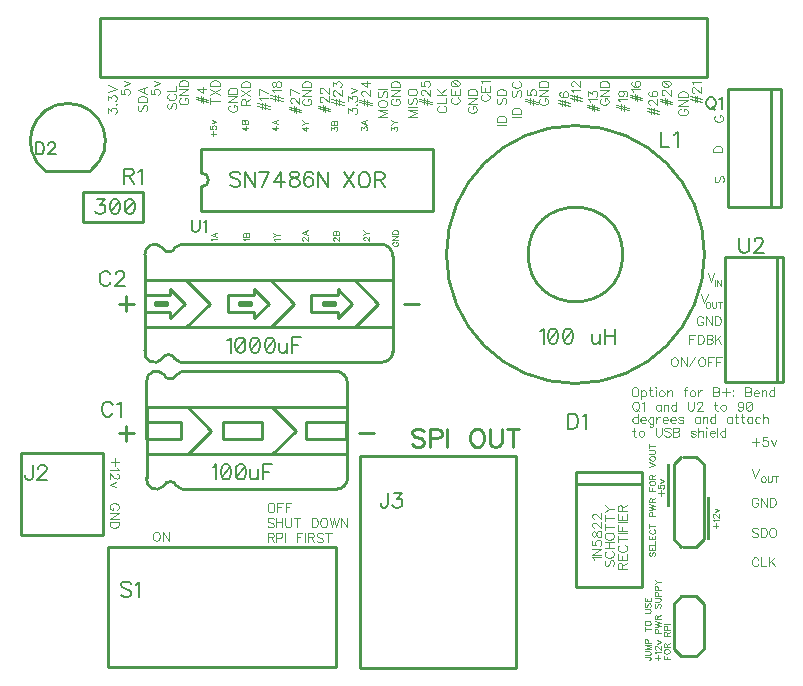
<source format=gbr>
G04 DipTrace 2.4.0.1*
%INTopSilk.gbr*%
%MOMM*%
%ADD10C,0.25*%
%ADD12C,0.076*%
%ADD74C,0.196*%
%ADD75C,0.118*%
%ADD76C,0.157*%
%ADD77C,0.235*%
%FSLAX53Y53*%
G04*
G71*
G90*
G75*
G01*
%LNTopSilk*%
%LPD*%
X20710Y25991D2*
D10*
X20705Y34145D1*
X20710Y32051D2*
X37718D1*
Y28090D1*
X20710D1*
Y32051D1*
X24206Y28050D2*
X26208Y30051D1*
X37720Y34041D2*
Y25991D1*
X20710Y34181D2*
G02X22178Y34795I839J57D01*
G01*
X23277D2*
G02X23777Y35075I569J-429D01*
G01*
X22178Y34795D2*
G03X23277Y34795I550J216D01*
G01*
X20710Y26061D2*
G03X22160Y25358I822J-151D01*
G01*
X23262D2*
G03X23759Y25077I568J426D01*
G01*
X22160Y25358D2*
G02X23262Y25358I551J-218D01*
G01*
X36739Y35091D2*
X23788D1*
X36807Y25080D2*
X23788D1*
X36687Y35075D2*
G02X37720Y34041I23J-1011D01*
G01*
X36739Y25077D2*
G03X37736Y26077I29J968D01*
G01*
X26208Y30051D2*
X24206Y32051D1*
X31348Y28050D2*
X33350Y30051D1*
X31348Y32051D1*
X20707Y30751D2*
X23649D1*
Y29350D1*
X20707D1*
Y30751D1*
X27208D2*
X30508D1*
Y29350D1*
X27208D1*
Y30751D1*
X19004Y30476D2*
Y29206D1*
X34208Y30751D2*
X37579D1*
Y29350D1*
X34208D1*
Y30751D1*
X19637Y29841D2*
X18368D1*
X39958D2*
X38689D1*
X20569Y36736D2*
X20566Y44891D1*
X20569Y42796D2*
X41569D1*
Y38795D1*
X20569D1*
Y42796D1*
X24067Y38795D2*
X26067Y40796D1*
X41569Y44786D2*
Y36736D1*
X20569Y44926D2*
G02X22038Y45540I839J56D01*
G01*
X23139D2*
G02X23636Y45820I561J-414D01*
G01*
X22038Y45540D2*
G03X23139Y45540I550J217D01*
G01*
X20569Y36806D2*
G03X22020Y36102I823J-150D01*
G01*
X23120D2*
G03X23618Y35822I573J434D01*
G01*
X22020Y36102D2*
G02X23120Y36102I550J-216D01*
G01*
X40517Y45836D2*
X23648D1*
X40589Y35825D2*
X23648D1*
X40538Y45820D2*
G02X41569Y44786I21J-1010D01*
G01*
X40589Y35822D2*
G03X41587Y36822I29J969D01*
G01*
X26067Y40796D2*
X24067Y42796D1*
X31209Y38795D2*
X33209Y40796D1*
X31209Y42796D1*
X38348Y38795D2*
X40348Y40796D1*
X38348Y42796D1*
X31068Y40796D2*
X29819Y42046D1*
X31068Y40796D2*
X29819Y39545D1*
Y42046D2*
Y41546D1*
X27569D1*
Y40045D1*
X29819D2*
Y39545D1*
Y40045D2*
X27569D1*
X28567Y40896D2*
X29569D1*
Y40695D1*
X28567D1*
Y40896D1*
X23929Y40796D2*
X22677Y42046D1*
X23929Y40796D2*
X22677Y39545D1*
Y42046D2*
Y41546D1*
X20569D1*
X19004Y41431D2*
Y40160D1*
X22677Y40045D2*
Y39545D1*
Y40045D2*
X20569D1*
X21428Y40896D2*
X22427D1*
Y40695D1*
X21428D1*
Y40896D1*
X38137Y40796D2*
X36888Y42046D1*
X38137Y40796D2*
X36888Y39545D1*
Y42046D2*
Y41546D1*
X34639D1*
Y40045D1*
X36888D2*
Y39545D1*
Y40045D2*
X34639D1*
X35637Y40896D2*
X36638D1*
Y40695D1*
X35637D1*
Y40896D1*
X19637Y40796D2*
X18367D1*
X43768D2*
X42498D1*
X57053Y26498D2*
Y16894D1*
X62653Y26498D2*
Y16894D1*
X57053Y26498D2*
X62653D1*
X57053Y17602D2*
Y16807D1*
X62653D1*
Y17602D1*
Y25502D2*
X57053D1*
X15953Y52040D2*
X12147D1*
X15961Y52046D2*
G03X12139Y52046I-1911J2535D01*
G01*
X16795Y65002D2*
X68195D1*
Y60002D1*
X16795D1*
Y65002D1*
X10050Y28180D2*
X17050D1*
Y21180D1*
X10050D1*
Y28180D1*
X38800Y27930D2*
X52000D1*
Y9930D1*
X38800D1*
Y27930D1*
X67118Y20210D2*
X66102D1*
X67118Y27830D2*
X66102D1*
X65340Y20842D2*
Y27198D1*
X67880Y20842D2*
Y27198D1*
X67245Y20210D2*
X67880Y20842D1*
X65975Y20210D2*
X65340Y20842D1*
Y27198D2*
X65975Y27830D1*
X67880Y27198D2*
X67245Y27830D1*
X67880Y11595D2*
Y15405D1*
X67245Y16040D1*
X65975D1*
X65340Y15405D2*
X65975Y16040D1*
X65340Y11595D2*
Y15405D1*
X65975Y10960D2*
X65340Y11595D1*
X67245Y10960D2*
X65975D1*
X67245D2*
X67880Y11595D1*
X46104Y44955D2*
G02X46104Y44955I10922J0D01*
G01*
X53026D2*
G02X53026Y44955I4000J0D01*
G01*
X74461Y58979D2*
X69961D1*
Y48979D1*
X74461D1*
Y58979D1*
X73561D2*
Y48979D1*
X20415Y47710D2*
X15345D1*
Y50250D2*
Y47710D1*
X20415Y50250D2*
X15345D1*
X20415D2*
Y47710D1*
X17484Y20187D2*
X36784D1*
Y10027D1*
X17484D1*
Y20187D1*
X25350Y53880D2*
X44950D1*
Y48680D2*
Y53880D1*
X25350Y48680D2*
X44950D1*
X25350D2*
Y50680D1*
Y53880D2*
Y51880D1*
Y50680D2*
G03X25350Y51880I0J600D01*
G01*
X74060Y44720D2*
Y34120D1*
X74560Y44720D2*
Y34120D1*
X69660Y44720D2*
Y34120D1*
Y44720D2*
X74560D1*
X69660Y34120D2*
X74560D1*
G36*
X64740Y27250D2*
X65060D1*
Y23600D1*
X64740D1*
Y27250D1*
G37*
G36*
X68130Y24440D2*
X68450D1*
Y20790D1*
X68130D1*
Y24440D1*
G37*
X17838Y32202D2*
D74*
X17778Y32323D1*
X17655Y32445D1*
X17535Y32505D1*
X17292D1*
X17170Y32445D1*
X17049Y32323D1*
X16987Y32202D1*
X16927Y32020D1*
Y31715D1*
X16987Y31534D1*
X17049Y31412D1*
X17170Y31291D1*
X17292Y31229D1*
X17535D1*
X17655Y31291D1*
X17778Y31412D1*
X17838Y31534D1*
X18230Y32261D2*
X18352Y32323D1*
X18535Y32504D1*
Y31229D1*
X26328Y26940D2*
X26450Y27001D1*
X26632Y27182D1*
Y25908D1*
X27390Y27182D2*
X27207Y27122D1*
X27085Y26940D1*
X27025Y26636D1*
Y26454D1*
X27085Y26151D1*
X27207Y25968D1*
X27390Y25908D1*
X27510D1*
X27693Y25968D1*
X27814Y26151D1*
X27875Y26454D1*
Y26636D1*
X27814Y26940D1*
X27693Y27122D1*
X27510Y27182D1*
X27390D1*
X27814Y26940D2*
X27085Y26151D1*
X28632Y27182D2*
X28450Y27122D1*
X28328Y26940D1*
X28267Y26636D1*
Y26454D1*
X28328Y26151D1*
X28450Y25968D1*
X28632Y25908D1*
X28753D1*
X28936Y25968D1*
X29056Y26151D1*
X29118Y26454D1*
Y26636D1*
X29056Y26940D1*
X28936Y27122D1*
X28753Y27182D1*
X28632D1*
X29056Y26940D2*
X28328Y26151D1*
X29510Y26758D2*
Y26151D1*
X29571Y25970D1*
X29693Y25908D1*
X29875D1*
X29996Y25970D1*
X30179Y26151D1*
Y26758D2*
Y25908D1*
X31361Y27184D2*
X30571D1*
Y25908D1*
Y26576D2*
X31056D1*
X17655Y43265D2*
X17594Y43386D1*
X17472Y43508D1*
X17351Y43568D1*
X17109D1*
X16986Y43508D1*
X16866Y43386D1*
X16804Y43265D1*
X16744Y43082D1*
Y42778D1*
X16804Y42597D1*
X16866Y42475D1*
X16986Y42354D1*
X17109Y42292D1*
X17351D1*
X17472Y42354D1*
X17594Y42475D1*
X17655Y42597D1*
X18109Y43264D2*
Y43324D1*
X18169Y43446D1*
X18229Y43506D1*
X18351Y43567D1*
X18594D1*
X18715Y43506D1*
X18775Y43446D1*
X18837Y43324D1*
Y43203D1*
X18775Y43081D1*
X18655Y42900D1*
X18047Y42292D1*
X18898D1*
X27543Y37684D2*
X27665Y37746D1*
X27847Y37927D1*
Y36652D1*
X28604Y37927D2*
X28422Y37867D1*
X28300Y37684D1*
X28239Y37381D1*
Y37198D1*
X28300Y36895D1*
X28422Y36713D1*
X28604Y36652D1*
X28725D1*
X28908Y36713D1*
X29028Y36895D1*
X29090Y37198D1*
Y37381D1*
X29028Y37684D1*
X28908Y37867D1*
X28725Y37927D1*
X28604D1*
X29028Y37684D2*
X28300Y36895D1*
X29847Y37927D2*
X29665Y37867D1*
X29543Y37684D1*
X29482Y37381D1*
Y37198D1*
X29543Y36895D1*
X29665Y36713D1*
X29847Y36652D1*
X29968D1*
X30150Y36713D1*
X30271Y36895D1*
X30333Y37198D1*
Y37381D1*
X30271Y37684D1*
X30150Y37867D1*
X29968Y37927D1*
X29847D1*
X30271Y37684D2*
X29543Y36895D1*
X31090Y37927D2*
X30908Y37867D1*
X30785Y37684D1*
X30725Y37381D1*
Y37198D1*
X30785Y36895D1*
X30908Y36713D1*
X31090Y36652D1*
X31211D1*
X31393Y36713D1*
X31514Y36895D1*
X31576Y37198D1*
Y37381D1*
X31514Y37684D1*
X31393Y37867D1*
X31211Y37927D1*
X31090D1*
X31514Y37684D2*
X30785Y36895D1*
X31968Y37503D2*
Y36895D1*
X32028Y36714D1*
X32151Y36652D1*
X32333D1*
X32454Y36714D1*
X32636Y36895D1*
Y37503D2*
Y36652D1*
X33819Y37928D2*
X33028D1*
Y36652D1*
Y37320D2*
X33514D1*
X56409Y31484D2*
Y30208D1*
X56834D1*
X57017Y30270D1*
X57139Y30391D1*
X57199Y30513D1*
X57259Y30694D1*
Y30998D1*
X57199Y31181D1*
X57139Y31302D1*
X57017Y31424D1*
X56834Y31484D1*
X56409D1*
X57652Y31240D2*
X57774Y31302D1*
X57956Y31483D1*
Y30208D1*
X11071Y27129D2*
Y26157D1*
X11011Y25975D1*
X10949Y25914D1*
X10828Y25853D1*
X10706D1*
X10585Y25914D1*
X10525Y25975D1*
X10463Y26157D1*
Y26278D1*
X11525Y26824D2*
Y26884D1*
X11585Y27006D1*
X11646Y27067D1*
X11768Y27127D1*
X12011D1*
X12132Y27067D1*
X12192Y27006D1*
X12254Y26884D1*
Y26764D1*
X12192Y26641D1*
X12071Y26460D1*
X11463Y25853D1*
X12314D1*
X41132Y24780D2*
Y23809D1*
X41072Y23626D1*
X41010Y23566D1*
X40889Y23504D1*
X40767D1*
X40647Y23566D1*
X40586Y23626D1*
X40524Y23809D1*
Y23929D1*
X41647Y24779D2*
X42313D1*
X41950Y24293D1*
X42132D1*
X42253Y24233D1*
X42313Y24172D1*
X42375Y23990D1*
Y23869D1*
X42313Y23687D1*
X42193Y23564D1*
X42010Y23504D1*
X41828D1*
X41647Y23564D1*
X41586Y23626D1*
X41524Y23747D1*
X64252Y55355D2*
Y54079D1*
X64980D1*
X65372Y55111D2*
X65495Y55173D1*
X65677Y55354D1*
Y54079D1*
X54021Y38439D2*
X54143Y38500D1*
X54325Y38681D1*
Y37407D1*
X55082Y38681D2*
X54900Y38621D1*
X54778Y38439D1*
X54717Y38135D1*
Y37953D1*
X54778Y37650D1*
X54900Y37467D1*
X55082Y37407D1*
X55203D1*
X55386Y37467D1*
X55506Y37650D1*
X55568Y37953D1*
Y38135D1*
X55506Y38439D1*
X55386Y38621D1*
X55203Y38681D1*
X55082D1*
X55506Y38439D2*
X54778Y37650D1*
X56325Y38681D2*
X56143Y38621D1*
X56021Y38439D1*
X55960Y38135D1*
Y37953D1*
X56021Y37650D1*
X56143Y37467D1*
X56325Y37407D1*
X56446D1*
X56629Y37467D1*
X56749Y37650D1*
X56811Y37953D1*
Y38135D1*
X56749Y38439D1*
X56629Y38621D1*
X56446Y38681D1*
X56325D1*
X56749Y38439D2*
X56021Y37650D1*
X58438Y38257D2*
Y37650D1*
X58498Y37468D1*
X58620Y37407D1*
X58803D1*
X58923Y37468D1*
X59106Y37650D1*
Y38257D2*
Y37407D1*
X59498Y38683D2*
Y37407D1*
X60349Y38683D2*
Y37407D1*
X59498Y38075D2*
X60349D1*
X18771Y51607D2*
X19317D1*
X19499Y51669D1*
X19561Y51729D1*
X19622Y51850D1*
Y51972D1*
X19561Y52093D1*
X19499Y52154D1*
X19317Y52215D1*
X18771D1*
Y50939D1*
X19196Y51607D2*
X19622Y50939D1*
X20014Y51971D2*
X20136Y52032D1*
X20318Y52213D1*
Y50939D1*
X16493Y49659D2*
X17159D1*
X16796Y49174D1*
X16978D1*
X17099Y49113D1*
X17159Y49053D1*
X17221Y48870D1*
Y48750D1*
X17159Y48567D1*
X17039Y48445D1*
X16856Y48385D1*
X16674D1*
X16493Y48445D1*
X16432Y48507D1*
X16371Y48628D1*
X17978Y49659D2*
X17796Y49599D1*
X17674Y49416D1*
X17613Y49113D1*
Y48931D1*
X17674Y48628D1*
X17796Y48445D1*
X17978Y48385D1*
X18099D1*
X18282Y48445D1*
X18402Y48628D1*
X18464Y48931D1*
Y49113D1*
X18402Y49416D1*
X18282Y49599D1*
X18099Y49659D1*
X17978D1*
X18402Y49416D2*
X17674Y48628D1*
X19221Y49659D2*
X19039Y49599D1*
X18917Y49416D1*
X18856Y49113D1*
Y48931D1*
X18917Y48628D1*
X19039Y48445D1*
X19221Y48385D1*
X19342D1*
X19525Y48445D1*
X19645Y48628D1*
X19707Y48931D1*
Y49113D1*
X19645Y49416D1*
X19525Y49599D1*
X19342Y49659D1*
X19221D1*
X19645Y49416D2*
X18917Y48628D1*
X19406Y17069D2*
X19285Y17191D1*
X19103Y17252D1*
X18860D1*
X18677Y17191D1*
X18555Y17069D1*
Y16948D1*
X18617Y16826D1*
X18677Y16766D1*
X18798Y16706D1*
X19163Y16583D1*
X19285Y16523D1*
X19346Y16461D1*
X19406Y16341D1*
Y16158D1*
X19285Y16037D1*
X19103Y15976D1*
X18860D1*
X18677Y16037D1*
X18555Y16158D1*
X19798Y17007D2*
X19920Y17069D1*
X20103Y17250D1*
Y15976D1*
X28636Y51791D2*
X28515Y51914D1*
X28333Y51974D1*
X28090D1*
X27908Y51914D1*
X27785Y51791D1*
Y51671D1*
X27847Y51549D1*
X27908Y51488D1*
X28028Y51428D1*
X28393Y51306D1*
X28515Y51245D1*
X28576Y51184D1*
X28636Y51063D1*
Y50880D1*
X28515Y50760D1*
X28333Y50698D1*
X28090D1*
X27908Y50760D1*
X27785Y50880D1*
X29879Y51974D2*
Y50698D1*
X29028Y51974D1*
Y50698D1*
X30514D2*
X31122Y51972D1*
X30271D1*
X32122Y50698D2*
Y51972D1*
X31514Y51123D1*
X32425D1*
X33121Y51972D2*
X32939Y51912D1*
X32878Y51791D1*
Y51669D1*
X32939Y51549D1*
X33060Y51487D1*
X33303Y51426D1*
X33486Y51366D1*
X33606Y51244D1*
X33667Y51123D1*
Y50941D1*
X33606Y50820D1*
X33546Y50758D1*
X33363Y50698D1*
X33121D1*
X32939Y50758D1*
X32878Y50820D1*
X32817Y50941D1*
Y51123D1*
X32878Y51244D1*
X33000Y51366D1*
X33181Y51426D1*
X33424Y51487D1*
X33546Y51549D1*
X33606Y51669D1*
Y51791D1*
X33546Y51912D1*
X33363Y51972D1*
X33121D1*
X34787Y51791D2*
X34727Y51912D1*
X34545Y51972D1*
X34424D1*
X34241Y51912D1*
X34119Y51730D1*
X34059Y51426D1*
Y51123D1*
X34119Y50880D1*
X34241Y50758D1*
X34424Y50698D1*
X34484D1*
X34665Y50758D1*
X34787Y50880D1*
X34848Y51063D1*
Y51123D1*
X34787Y51306D1*
X34665Y51426D1*
X34484Y51487D1*
X34424D1*
X34241Y51426D1*
X34119Y51306D1*
X34059Y51123D1*
X36091Y51974D2*
Y50698D1*
X35240Y51974D1*
Y50698D1*
X68682Y22003D2*
D12*
X69119D1*
X68901Y21784D2*
Y22222D1*
X68743Y22378D2*
X68718Y22427D1*
X68646Y22500D1*
X69156D1*
X68767Y22682D2*
X68743D1*
X68694Y22706D1*
X68670Y22730D1*
X68646Y22779D1*
Y22876D1*
X68670Y22924D1*
X68694Y22949D1*
X68743Y22973D1*
X68791D1*
X68840Y22949D1*
X68912Y22900D1*
X69156Y22657D1*
Y22997D1*
X68815Y23154D2*
X69156Y23300D1*
X68815Y23446D1*
X64052Y24765D2*
X64489D1*
X64271Y24547D2*
Y24984D1*
X64015Y25432D2*
Y25190D1*
X64234Y25166D1*
X64210Y25190D1*
X64185Y25263D1*
Y25335D1*
X64210Y25408D1*
X64258Y25457D1*
X64331Y25481D1*
X64379D1*
X64452Y25457D1*
X64501Y25408D1*
X64525Y25335D1*
Y25263D1*
X64501Y25190D1*
X64476Y25166D1*
X64428Y25141D1*
X64185Y25638D2*
X64525Y25784D1*
X64185Y25929D1*
X62881Y10865D2*
X63270D1*
X63343Y10841D1*
X63367Y10816D1*
X63392Y10768D1*
Y10719D1*
X63367Y10671D1*
X63343Y10647D1*
X63270Y10622D1*
X63222D1*
X62881Y11022D2*
X63246D1*
X63319Y11046D1*
X63367Y11095D1*
X63392Y11168D1*
Y11216D1*
X63367Y11289D1*
X63319Y11338D1*
X63246Y11362D1*
X62881D1*
X63392Y11908D2*
X62881D1*
X63392Y11714D1*
X62881Y11519D1*
X63392D1*
X63149Y12065D2*
Y12284D1*
X63124Y12356D1*
X63100Y12381D1*
X63051Y12405D1*
X62978D1*
X62930Y12381D1*
X62905Y12356D1*
X62881Y12284D1*
Y12065D1*
X63392D1*
X62881Y13226D2*
X63392D1*
X62881Y13056D2*
Y13396D1*
Y13699D2*
X62905Y13650D1*
X62954Y13602D1*
X63003Y13577D1*
X63076Y13553D1*
X63197D1*
X63270Y13577D1*
X63319Y13602D1*
X63367Y13650D1*
X63392Y13699D1*
Y13796D1*
X63367Y13844D1*
X63319Y13893D1*
X63270Y13917D1*
X63197Y13941D1*
X63076D1*
X63003Y13917D1*
X62954Y13893D1*
X62905Y13844D1*
X62881Y13796D1*
Y13699D1*
Y14592D2*
X63246D1*
X63319Y14616D1*
X63367Y14665D1*
X63392Y14738D1*
Y14786D1*
X63367Y14859D1*
X63319Y14908D1*
X63246Y14932D1*
X62881D1*
X62954Y15429D2*
X62905Y15381D1*
X62881Y15308D1*
Y15211D1*
X62905Y15138D1*
X62954Y15089D1*
X63003D1*
X63051Y15114D1*
X63076Y15138D1*
X63100Y15186D1*
X63149Y15332D1*
X63173Y15381D1*
X63197Y15405D1*
X63246Y15429D1*
X63319D1*
X63367Y15381D1*
X63392Y15308D1*
Y15211D1*
X63367Y15138D1*
X63319Y15089D1*
X62881Y15902D2*
Y15586D1*
X63392D1*
Y15902D1*
X63124Y15586D2*
Y15781D1*
X64498Y10998D2*
Y10682D1*
X65009D1*
X64742D2*
Y10877D1*
X64498Y11301D2*
X64523Y11252D1*
X64571Y11204D1*
X64620Y11179D1*
X64693Y11155D1*
X64815D1*
X64887Y11179D1*
X64936Y11204D1*
X64984Y11252D1*
X65009Y11301D1*
Y11398D1*
X64984Y11447D1*
X64936Y11496D1*
X64887Y11520D1*
X64815Y11544D1*
X64693D1*
X64620Y11520D1*
X64571Y11496D1*
X64523Y11447D1*
X64498Y11398D1*
Y11301D1*
X64742Y11701D2*
Y11919D1*
X64717Y11992D1*
X64693Y12017D1*
X64644Y12041D1*
X64596D1*
X64547Y12017D1*
X64523Y11992D1*
X64498Y11919D1*
Y11701D1*
X65009D1*
X64742Y11871D2*
X65009Y12041D1*
X64742Y12692D2*
Y12910D1*
X64717Y12983D1*
X64693Y13008D1*
X64644Y13032D1*
X64596D1*
X64547Y13008D1*
X64523Y12983D1*
X64498Y12910D1*
Y12692D1*
X65009D1*
X64742Y12862D2*
X65009Y13032D1*
X64766Y13189D2*
Y13408D1*
X64742Y13480D1*
X64717Y13505D1*
X64669Y13529D1*
X64596D1*
X64547Y13505D1*
X64523Y13480D1*
X64498Y13408D1*
Y13189D1*
X65009D1*
X64498Y13686D2*
X65009D1*
X37418Y51908D2*
D74*
X38269Y50632D1*
Y51908D2*
X37418Y50632D1*
X39026Y51908D2*
X38904Y51848D1*
X38783Y51726D1*
X38721Y51605D1*
X38661Y51423D1*
Y51118D1*
X38721Y50937D1*
X38783Y50815D1*
X38904Y50694D1*
X39026Y50632D1*
X39269D1*
X39389Y50694D1*
X39512Y50815D1*
X39572Y50937D1*
X39632Y51118D1*
Y51423D1*
X39572Y51605D1*
X39512Y51726D1*
X39389Y51848D1*
X39269Y51908D1*
X39026D1*
X40024Y51301D2*
X40571D1*
X40753Y51362D1*
X40815Y51423D1*
X40875Y51543D1*
Y51666D1*
X40815Y51786D1*
X40753Y51848D1*
X40571Y51908D1*
X40024D1*
Y50632D1*
X40450Y51301D2*
X40875Y50632D1*
X31178Y23909D2*
D75*
X31104Y23873D1*
X31032Y23800D1*
X30995Y23727D1*
X30959Y23618D1*
Y23435D1*
X30995Y23326D1*
X31032Y23253D1*
X31104Y23180D1*
X31178Y23143D1*
X31323D1*
X31396Y23180D1*
X31469Y23253D1*
X31505Y23326D1*
X31542Y23435D1*
Y23618D1*
X31505Y23727D1*
X31469Y23800D1*
X31396Y23873D1*
X31323Y23909D1*
X31178D1*
X32251D2*
X31777D1*
Y23143D1*
Y23544D2*
X32068D1*
X32961Y23909D2*
X32486D1*
Y23143D1*
Y23544D2*
X32778D1*
X31469Y22529D2*
X31397Y22603D1*
X31287Y22639D1*
X31142D1*
X31032Y22603D1*
X30959Y22529D1*
Y22457D1*
X30996Y22384D1*
X31032Y22348D1*
X31104Y22311D1*
X31323Y22238D1*
X31397Y22202D1*
X31433Y22165D1*
X31469Y22092D1*
Y21983D1*
X31397Y21910D1*
X31287Y21873D1*
X31142D1*
X31032Y21910D1*
X30959Y21983D1*
X31704Y22639D2*
Y21873D1*
X32215Y22639D2*
Y21873D1*
X31704Y22274D2*
X32215D1*
X32450Y22639D2*
Y22092D1*
X32486Y21983D1*
X32560Y21910D1*
X32669Y21873D1*
X32742D1*
X32851Y21910D1*
X32924Y21983D1*
X32961Y22092D1*
Y22639D1*
X33451D2*
Y21873D1*
X33196Y22639D2*
X33706D1*
X34682D2*
Y21873D1*
X34938D1*
X35047Y21910D1*
X35120Y21983D1*
X35157Y22056D1*
X35193Y22165D1*
Y22348D1*
X35157Y22457D1*
X35120Y22529D1*
X35047Y22603D1*
X34938Y22639D1*
X34682D1*
X35647D2*
X35574Y22603D1*
X35501Y22529D1*
X35464Y22457D1*
X35428Y22348D1*
Y22165D1*
X35464Y22056D1*
X35501Y21983D1*
X35574Y21910D1*
X35647Y21873D1*
X35793D1*
X35865Y21910D1*
X35939Y21983D1*
X35975Y22056D1*
X36011Y22165D1*
Y22348D1*
X35975Y22457D1*
X35939Y22529D1*
X35865Y22603D1*
X35793Y22639D1*
X35647D1*
X36246D2*
X36429Y21873D1*
X36611Y22639D1*
X36793Y21873D1*
X36976Y22639D1*
X37721D2*
Y21873D1*
X37211Y22639D1*
Y21873D1*
X30959Y21004D2*
X31286D1*
X31396Y21041D1*
X31433Y21077D1*
X31469Y21150D1*
Y21223D1*
X31433Y21296D1*
X31396Y21333D1*
X31286Y21369D1*
X30959D1*
Y20603D1*
X31214Y21004D2*
X31469Y20603D1*
X31704Y20968D2*
X32033D1*
X32142Y21004D1*
X32179Y21041D1*
X32215Y21114D1*
Y21223D1*
X32179Y21296D1*
X32142Y21333D1*
X32033Y21369D1*
X31704D1*
Y20603D1*
X32450Y21369D2*
Y20603D1*
X33900Y21369D2*
X33426D1*
Y20603D1*
Y21004D2*
X33718D1*
X34136Y21369D2*
Y20603D1*
X34371Y21004D2*
X34699D1*
X34808Y21041D1*
X34845Y21077D1*
X34881Y21150D1*
Y21223D1*
X34845Y21296D1*
X34808Y21333D1*
X34699Y21369D1*
X34371D1*
Y20603D1*
X34626Y21004D2*
X34881Y20603D1*
X35627Y21259D2*
X35555Y21333D1*
X35445Y21369D1*
X35299D1*
X35190Y21333D1*
X35117Y21259D1*
Y21187D1*
X35154Y21114D1*
X35190Y21077D1*
X35262Y21041D1*
X35481Y20968D1*
X35555Y20932D1*
X35591Y20895D1*
X35627Y20822D1*
Y20713D1*
X35555Y20640D1*
X35445Y20603D1*
X35299D1*
X35190Y20640D1*
X35117Y20713D1*
X36118Y21369D2*
Y20603D1*
X35862Y21369D2*
X36373D1*
X21477Y21475D2*
X21404Y21438D1*
X21332Y21365D1*
X21295Y21293D1*
X21258Y21183D1*
Y21000D1*
X21295Y20892D1*
X21332Y20819D1*
X21404Y20746D1*
X21477Y20709D1*
X21623D1*
X21696Y20746D1*
X21769Y20819D1*
X21805Y20892D1*
X21841Y21000D1*
Y21183D1*
X21805Y21293D1*
X21769Y21365D1*
X21696Y21438D1*
X21623Y21475D1*
X21477D1*
X22587D2*
Y20709D1*
X22077Y21475D1*
Y20709D1*
X68947Y56743D2*
X68875Y56706D1*
X68802Y56633D1*
X68765Y56561D1*
Y56415D1*
X68802Y56342D1*
X68875Y56269D1*
X68947Y56232D1*
X69057Y56196D1*
X69240D1*
X69348Y56232D1*
X69422Y56269D1*
X69494Y56342D1*
X69531Y56415D1*
Y56561D1*
X69494Y56633D1*
X69422Y56706D1*
X69348Y56743D1*
X69240D1*
Y56561D1*
X68705Y53632D2*
X69471D1*
Y53887D1*
X69434Y53996D1*
X69361Y54070D1*
X69288Y54106D1*
X69179Y54142D1*
X68997D1*
X68887Y54106D1*
X68815Y54070D1*
X68741Y53996D1*
X68705Y53887D1*
Y53632D1*
X68942Y51565D2*
X68869Y51493D1*
X68832Y51383D1*
Y51237D1*
X68869Y51128D1*
X68942Y51055D1*
X69014D1*
X69088Y51092D1*
X69124Y51128D1*
X69160Y51200D1*
X69233Y51419D1*
X69270Y51493D1*
X69307Y51529D1*
X69379Y51565D1*
X69489D1*
X69561Y51493D1*
X69598Y51383D1*
Y51237D1*
X69561Y51128D1*
X69489Y51055D1*
X68210Y43393D2*
X68502Y42627D1*
X68793Y43393D1*
X68863Y42807D2*
D12*
Y42296D1*
X69360Y42807D2*
Y42296D1*
X69020Y42807D1*
Y42296D1*
X67635Y41646D2*
D75*
X67926Y40881D1*
X68218Y41646D1*
Y40939D2*
D12*
X68169Y40915D1*
X68121Y40866D1*
X68096Y40817D1*
X68072Y40744D1*
Y40623D1*
X68096Y40550D1*
X68121Y40501D1*
X68169Y40453D1*
X68218Y40428D1*
X68315D1*
X68363Y40453D1*
X68412Y40501D1*
X68436Y40550D1*
X68460Y40623D1*
Y40744D1*
X68436Y40817D1*
X68412Y40866D1*
X68363Y40915D1*
X68315Y40939D1*
X68218D1*
X68617D2*
Y40574D1*
X68641Y40501D1*
X68690Y40453D1*
X68763Y40428D1*
X68811D1*
X68884Y40453D1*
X68933Y40501D1*
X68957Y40574D1*
Y40939D1*
X69284D2*
Y40428D1*
X69114Y40939D2*
X69455D1*
X67834Y39559D2*
D75*
X67798Y39632D1*
X67725Y39705D1*
X67652Y39741D1*
X67507D1*
X67433Y39705D1*
X67361Y39632D1*
X67324Y39559D1*
X67288Y39450D1*
Y39267D1*
X67324Y39158D1*
X67361Y39085D1*
X67433Y39013D1*
X67507Y38975D1*
X67652D1*
X67725Y39013D1*
X67798Y39085D1*
X67834Y39158D1*
Y39267D1*
X67652D1*
X68580Y39741D2*
Y38975D1*
X68069Y39741D1*
Y38975D1*
X68815Y39741D2*
Y38975D1*
X69070D1*
X69180Y39013D1*
X69253Y39085D1*
X69289Y39158D1*
X69326Y39267D1*
Y39450D1*
X69289Y39559D1*
X69253Y39632D1*
X69180Y39705D1*
X69070Y39741D1*
X68815D1*
X67147Y38153D2*
X66672D1*
Y37388D1*
Y37789D2*
X66964D1*
X67382Y38153D2*
Y37388D1*
X67637D1*
X67747Y37425D1*
X67820Y37497D1*
X67856Y37571D1*
X67892Y37679D1*
Y37862D1*
X67856Y37972D1*
X67820Y38044D1*
X67747Y38117D1*
X67637Y38153D1*
X67382D1*
X68128D2*
Y37388D1*
X68456D1*
X68566Y37425D1*
X68602Y37461D1*
X68638Y37534D1*
Y37643D1*
X68602Y37716D1*
X68566Y37753D1*
X68456Y37789D1*
X68566Y37826D1*
X68602Y37862D1*
X68638Y37934D1*
Y38008D1*
X68602Y38080D1*
X68566Y38117D1*
X68456Y38153D1*
X68128D1*
Y37789D2*
X68456D1*
X68873Y38153D2*
Y37388D1*
X69384Y38153D2*
X68873Y37643D1*
X69055Y37826D2*
X69384Y37388D1*
X65334Y36248D2*
X65261Y36212D1*
X65188Y36139D1*
X65151Y36066D1*
X65115Y35957D1*
Y35774D1*
X65151Y35665D1*
X65188Y35592D1*
X65261Y35520D1*
X65334Y35483D1*
X65480D1*
X65552Y35520D1*
X65625Y35592D1*
X65661Y35665D1*
X65698Y35774D1*
Y35957D1*
X65661Y36066D1*
X65625Y36139D1*
X65552Y36212D1*
X65480Y36248D1*
X65334D1*
X66443D2*
Y35483D1*
X65933Y36248D1*
Y35483D1*
X66679D2*
X67189Y36247D1*
X67643Y36248D2*
X67570Y36212D1*
X67498Y36139D1*
X67461Y36066D1*
X67424Y35957D1*
Y35774D1*
X67461Y35665D1*
X67498Y35592D1*
X67570Y35520D1*
X67643Y35483D1*
X67789D1*
X67862Y35520D1*
X67935Y35592D1*
X67971Y35665D1*
X68007Y35774D1*
Y35957D1*
X67971Y36066D1*
X67935Y36139D1*
X67862Y36212D1*
X67789Y36248D1*
X67643D1*
X68717D2*
X68243D1*
Y35483D1*
Y35884D2*
X68534D1*
X69426Y36248D2*
X68952D1*
Y35483D1*
Y35884D2*
X69244D1*
X68411Y58296D2*
D76*
X68314Y58248D1*
X68216Y58151D1*
X68168Y58053D1*
X68119Y57907D1*
Y57664D1*
X68168Y57518D1*
X68216Y57422D1*
X68314Y57324D1*
X68411Y57276D1*
X68605D1*
X68703Y57324D1*
X68799Y57422D1*
X68848Y57518D1*
X68897Y57664D1*
Y57907D1*
X68848Y58053D1*
X68799Y58151D1*
X68703Y58248D1*
X68605Y58296D1*
X68411D1*
X68557Y57470D2*
X68848Y57178D1*
X69211Y58100D2*
X69308Y58150D1*
X69454Y58294D1*
Y57275D1*
X63354Y19762D2*
D12*
X63305Y19714D1*
X63281Y19641D1*
Y19544D1*
X63305Y19471D1*
X63354Y19422D1*
X63403D1*
X63451Y19447D1*
X63476Y19471D1*
X63500Y19519D1*
X63549Y19665D1*
X63573Y19714D1*
X63597Y19738D1*
X63646Y19762D1*
X63719D1*
X63767Y19714D1*
X63792Y19641D1*
Y19544D1*
X63767Y19471D1*
X63719Y19422D1*
X63281Y20235D2*
Y19919D1*
X63792D1*
Y20235D1*
X63524Y19919D2*
Y20114D1*
X63281Y20392D2*
X63792D1*
Y20683D1*
X63281Y21156D2*
Y20840D1*
X63792D1*
Y21156D1*
X63524Y20840D2*
Y21034D1*
X63403Y21677D2*
X63354Y21653D1*
X63305Y21604D1*
X63281Y21556D1*
Y21458D1*
X63305Y21410D1*
X63354Y21361D1*
X63403Y21337D1*
X63476Y21312D1*
X63597D1*
X63670Y21337D1*
X63719Y21361D1*
X63767Y21410D1*
X63792Y21458D1*
Y21556D1*
X63767Y21604D1*
X63719Y21653D1*
X63670Y21677D1*
X63281Y22004D2*
X63792D1*
X63281Y21834D2*
Y22174D1*
X63549Y22825D2*
Y23044D1*
X63524Y23116D1*
X63500Y23141D1*
X63451Y23165D1*
X63378D1*
X63330Y23141D1*
X63305Y23116D1*
X63281Y23044D1*
Y22825D1*
X63792D1*
X63281Y23322D2*
X63792Y23444D1*
X63281Y23565D1*
X63792Y23686D1*
X63281Y23808D1*
X63524Y23965D2*
Y24183D1*
X63500Y24256D1*
X63476Y24281D1*
X63427Y24305D1*
X63378D1*
X63330Y24281D1*
X63305Y24256D1*
X63281Y24183D1*
Y23965D1*
X63792D1*
X63524Y24135D2*
X63792Y24305D1*
X63281Y25272D2*
Y24956D1*
X63792D1*
X63524D2*
Y25150D1*
X63281Y25575D2*
X63305Y25526D1*
X63354Y25478D1*
X63403Y25453D1*
X63476Y25429D1*
X63597D1*
X63670Y25453D1*
X63719Y25478D1*
X63767Y25526D1*
X63792Y25575D1*
Y25672D1*
X63767Y25720D1*
X63719Y25769D1*
X63670Y25793D1*
X63597Y25818D1*
X63476D1*
X63403Y25793D1*
X63354Y25769D1*
X63305Y25720D1*
X63281Y25672D1*
Y25575D1*
X63524Y25974D2*
Y26193D1*
X63500Y26266D1*
X63476Y26291D1*
X63427Y26315D1*
X63378D1*
X63330Y26291D1*
X63305Y26266D1*
X63281Y26193D1*
Y25974D1*
X63792D1*
X63524Y26145D2*
X63792Y26315D1*
X63281Y26965D2*
X63792Y27160D1*
X63281Y27354D1*
Y27657D2*
X63305Y27608D1*
X63354Y27560D1*
X63403Y27535D1*
X63476Y27511D1*
X63597D1*
X63670Y27535D1*
X63719Y27560D1*
X63767Y27608D1*
X63792Y27657D1*
Y27754D1*
X63767Y27802D1*
X63719Y27851D1*
X63670Y27875D1*
X63597Y27899D1*
X63476D1*
X63403Y27875D1*
X63354Y27851D1*
X63305Y27802D1*
X63281Y27754D1*
Y27657D1*
Y28056D2*
X63646D1*
X63719Y28080D1*
X63767Y28129D1*
X63792Y28202D1*
Y28251D1*
X63767Y28324D1*
X63719Y28372D1*
X63646Y28397D1*
X63281D1*
Y28724D2*
X63792D1*
X63281Y28553D2*
Y28894D1*
X44202Y29980D2*
D77*
X44058Y30127D1*
X43839Y30199D1*
X43547D1*
X43328Y30127D1*
X43182Y29980D1*
Y29835D1*
X43256Y29689D1*
X43328Y29616D1*
X43473Y29544D1*
X43911Y29397D1*
X44058Y29325D1*
X44130Y29251D1*
X44202Y29106D1*
Y28887D1*
X44058Y28742D1*
X43839Y28668D1*
X43547D1*
X43328Y28742D1*
X43182Y28887D1*
X44673Y29397D2*
X45330D1*
X45547Y29470D1*
X45621Y29544D1*
X45694Y29689D1*
Y29908D1*
X45621Y30053D1*
X45547Y30127D1*
X45330Y30199D1*
X44673D1*
Y28668D1*
X46165Y30199D2*
Y28668D1*
X48554Y30199D2*
X48408Y30127D1*
X48263Y29980D1*
X48189Y29835D1*
X48116Y29616D1*
Y29251D1*
X48189Y29033D1*
X48263Y28887D1*
X48408Y28742D1*
X48554Y28668D1*
X48846D1*
X48991Y28742D1*
X49137Y28887D1*
X49210Y29033D1*
X49282Y29251D1*
Y29616D1*
X49210Y29835D1*
X49137Y29980D1*
X48991Y30127D1*
X48846Y30199D1*
X48554D1*
X49753D2*
Y29106D1*
X49825Y28887D1*
X49972Y28742D1*
X50191Y28668D1*
X50336D1*
X50555Y28742D1*
X50701Y28887D1*
X50774Y29106D1*
Y30199D1*
X51755D2*
Y28668D1*
X51244Y30199D2*
X52265D1*
X26229Y46144D2*
D12*
X26204Y46193D1*
X26132Y46266D1*
X26642D1*
Y46812D2*
X26131Y46617D1*
X26642Y46423D1*
X26472Y46496D2*
Y46739D1*
X29015Y46168D2*
X28990Y46217D1*
X28917Y46290D1*
X29427D1*
X28917Y46447D2*
X29427D1*
Y46666D1*
X29403Y46739D1*
X29378Y46763D1*
X29330Y46787D1*
X29257D1*
X29208Y46763D1*
X29184Y46739D1*
X29160Y46666D1*
X29135Y46739D1*
X29111Y46763D1*
X29063Y46787D1*
X29014D1*
X28966Y46763D1*
X28941Y46739D1*
X28917Y46666D1*
Y46447D1*
X29160D2*
Y46666D1*
X31559Y46124D2*
X31534Y46173D1*
X31462Y46246D1*
X31971D1*
X31461Y46403D2*
X31704Y46597D1*
X31971D1*
X31461Y46792D2*
X31704Y46597D1*
X33992Y46130D2*
X33968D1*
X33919Y46154D1*
X33895Y46178D1*
X33871Y46227D1*
Y46324D1*
X33895Y46372D1*
X33919Y46396D1*
X33968Y46421D1*
X34016D1*
X34065Y46396D1*
X34138Y46348D1*
X34381Y46105D1*
Y46445D1*
Y46991D2*
X33870Y46796D1*
X34381Y46602D1*
X34211Y46675D2*
Y46918D1*
X36618Y46124D2*
X36594D1*
X36545Y46148D1*
X36521Y46172D1*
X36497Y46221D1*
Y46318D1*
X36521Y46367D1*
X36545Y46391D1*
X36594Y46415D1*
X36642D1*
X36691Y46391D1*
X36763Y46342D1*
X37006Y46099D1*
Y46440D1*
X36496Y46596D2*
X37006D1*
Y46815D1*
X36982Y46888D1*
X36958Y46913D1*
X36909Y46937D1*
X36836D1*
X36787Y46913D1*
X36763Y46888D1*
X36739Y46815D1*
X36714Y46888D1*
X36690Y46913D1*
X36642Y46937D1*
X36593D1*
X36545Y46913D1*
X36520Y46888D1*
X36496Y46815D1*
Y46596D1*
X36739D2*
Y46815D1*
X39192Y46150D2*
X39168D1*
X39119Y46174D1*
X39095Y46198D1*
X39071Y46247D1*
Y46344D1*
X39095Y46392D1*
X39119Y46417D1*
X39168Y46441D1*
X39216D1*
X39265Y46417D1*
X39337Y46368D1*
X39581Y46125D1*
Y46465D1*
X39070Y46622D2*
X39313Y46817D1*
X39581D1*
X39070Y47011D2*
X39313Y46817D1*
X41638Y46033D2*
X41590Y46009D1*
X41541Y45960D1*
X41517Y45912D1*
Y45815D1*
X41541Y45766D1*
X41590Y45717D1*
X41638Y45693D1*
X41711Y45669D1*
X41833D1*
X41905Y45693D1*
X41954Y45717D1*
X42002Y45766D1*
X42027Y45815D1*
Y45912D1*
X42002Y45960D1*
X41954Y46009D1*
X41905Y46033D1*
X41833D1*
Y45912D1*
X41517Y46530D2*
X42027D1*
X41517Y46190D1*
X42027D1*
X41517Y46687D2*
X42027D1*
Y46857D1*
X42002Y46930D1*
X41954Y46979D1*
X41905Y47003D1*
X41833Y47027D1*
X41711D1*
X41638Y47003D1*
X41590Y46979D1*
X41541Y46930D1*
X41517Y46857D1*
Y46687D1*
X26138Y55182D2*
X26575D1*
X26357Y54964D2*
Y55401D1*
X26102Y55850D2*
Y55607D1*
X26320Y55583D1*
X26296Y55607D1*
X26271Y55680D1*
Y55753D1*
X26296Y55826D1*
X26344Y55874D1*
X26417Y55899D1*
X26466D1*
X26539Y55874D1*
X26588Y55826D1*
X26612Y55753D1*
Y55680D1*
X26588Y55607D1*
X26563Y55583D1*
X26515Y55558D1*
X26271Y56055D2*
X26612Y56201D1*
X26271Y56347D1*
X29292Y55707D2*
X28782D1*
X29122Y55464D1*
Y55828D1*
X28781Y55985D2*
X29292D1*
Y56204D1*
X29267Y56277D1*
X29243Y56301D1*
X29195Y56326D1*
X29122D1*
X29073Y56301D1*
X29049Y56277D1*
X29024Y56204D1*
X29000Y56277D1*
X28976Y56301D1*
X28927Y56326D1*
X28878D1*
X28830Y56301D1*
X28805Y56277D1*
X28781Y56204D1*
Y55985D1*
X29024D2*
Y56204D1*
X31882Y55697D2*
X31372D1*
X31712Y55454D1*
Y55818D1*
X31882Y56364D2*
X31371Y56170D1*
X31882Y55975D1*
X31712Y56048D2*
Y56291D1*
X34362Y55657D2*
X33852D1*
X34192Y55414D1*
Y55778D1*
X33851Y55935D2*
X34094Y56130D1*
X34362D1*
X33851Y56324D2*
X34094Y56130D1*
X36362Y55483D2*
Y55750D1*
X36556Y55604D1*
Y55677D1*
X36580Y55725D1*
X36604Y55750D1*
X36677Y55774D1*
X36726D1*
X36799Y55750D1*
X36848Y55701D1*
X36872Y55628D1*
Y55555D1*
X36848Y55483D1*
X36823Y55459D1*
X36775Y55434D1*
X36361Y55931D2*
X36872D1*
Y56150D1*
X36847Y56223D1*
X36823Y56247D1*
X36775Y56271D1*
X36702D1*
X36653Y56247D1*
X36629Y56223D1*
X36604Y56150D1*
X36580Y56223D1*
X36556Y56247D1*
X36507Y56271D1*
X36458D1*
X36410Y56247D1*
X36385Y56223D1*
X36361Y56150D1*
Y55931D1*
X36604D2*
Y56150D1*
X38892Y55503D2*
Y55770D1*
X39086Y55624D1*
Y55697D1*
X39110Y55745D1*
X39134Y55770D1*
X39207Y55794D1*
X39256D1*
X39329Y55770D1*
X39378Y55721D1*
X39402Y55648D1*
Y55575D1*
X39378Y55503D1*
X39353Y55479D1*
X39305Y55454D1*
X39402Y56340D2*
X38891Y56145D1*
X39402Y55951D1*
X39232Y56024D2*
Y56267D1*
X41432Y55493D2*
Y55760D1*
X41626Y55614D1*
Y55687D1*
X41650Y55735D1*
X41674Y55760D1*
X41747Y55784D1*
X41796D1*
X41869Y55760D1*
X41918Y55711D1*
X41942Y55638D1*
Y55565D1*
X41918Y55493D1*
X41893Y55469D1*
X41845Y55444D1*
X41431Y55941D2*
X41674Y56135D1*
X41942D1*
X41431Y56330D2*
X41674Y56135D1*
X63758Y10831D2*
X64196D1*
X63977Y10612D2*
Y11050D1*
X63819Y11206D2*
X63794Y11255D1*
X63722Y11328D1*
X64232D1*
X63843Y11510D2*
X63819D1*
X63770Y11534D1*
X63746Y11558D1*
X63722Y11607D1*
Y11704D1*
X63746Y11752D1*
X63770Y11777D1*
X63819Y11801D1*
X63867D1*
X63916Y11777D1*
X63989Y11728D1*
X64232Y11485D1*
Y11825D1*
X63891Y11982D2*
X64232Y12128D1*
X63891Y12274D1*
X63989Y12924D2*
Y13143D1*
X63964Y13216D1*
X63940Y13240D1*
X63891Y13265D1*
X63818D1*
X63770Y13240D1*
X63745Y13216D1*
X63721Y13143D1*
Y12924D1*
X64232D1*
X63721Y13421D2*
X64232Y13543D1*
X63721Y13665D1*
X64232Y13786D1*
X63721Y13908D1*
X63964Y14065D2*
Y14283D1*
X63940Y14356D1*
X63916Y14381D1*
X63867Y14405D1*
X63818D1*
X63770Y14381D1*
X63745Y14356D1*
X63721Y14283D1*
Y14065D1*
X64232D1*
X63964Y14235D2*
X64232Y14405D1*
X63794Y15396D2*
X63745Y15348D1*
X63721Y15275D1*
Y15177D1*
X63745Y15104D1*
X63794Y15056D1*
X63843D1*
X63891Y15080D1*
X63916Y15104D1*
X63940Y15153D1*
X63989Y15299D1*
X64013Y15348D1*
X64037Y15372D1*
X64086Y15396D1*
X64159D1*
X64207Y15348D1*
X64232Y15275D1*
Y15177D1*
X64207Y15104D1*
X64159Y15056D1*
X63721Y15553D2*
X64086D1*
X64159Y15577D1*
X64207Y15626D1*
X64232Y15699D1*
Y15747D1*
X64207Y15820D1*
X64159Y15869D1*
X64086Y15893D1*
X63721D1*
X63989Y16050D2*
Y16269D1*
X63964Y16341D1*
X63940Y16366D1*
X63891Y16390D1*
X63818D1*
X63770Y16366D1*
X63745Y16341D1*
X63721Y16269D1*
Y16050D1*
X64232D1*
X63989Y16547D2*
Y16766D1*
X63964Y16838D1*
X63940Y16863D1*
X63891Y16887D1*
X63818D1*
X63770Y16863D1*
X63745Y16838D1*
X63721Y16766D1*
Y16547D1*
X64232D1*
X63721Y17044D2*
X63964Y17239D1*
X64232D1*
X63721Y17433D2*
X63964Y17239D1*
X24542Y47891D2*
D76*
Y47163D1*
X24591Y47017D1*
X24688Y46920D1*
X24834Y46871D1*
X24931D1*
X25077Y46920D1*
X25175Y47017D1*
X25223Y47163D1*
Y47891D1*
X25537Y47696D2*
X25634Y47745D1*
X25780Y47890D1*
Y46871D1*
X61992Y33718D2*
D75*
X61918Y33681D1*
X61846Y33608D1*
X61809Y33536D1*
X61773Y33426D1*
Y33243D1*
X61809Y33135D1*
X61846Y33061D1*
X61918Y32989D1*
X61992Y32952D1*
X62137D1*
X62210Y32989D1*
X62283Y33061D1*
X62319Y33135D1*
X62356Y33243D1*
Y33426D1*
X62319Y33536D1*
X62283Y33608D1*
X62210Y33681D1*
X62137Y33718D1*
X61992D1*
X62591Y33462D2*
Y32697D1*
Y33353D2*
X62664Y33425D1*
X62737Y33462D1*
X62846D1*
X62919Y33425D1*
X62992Y33353D1*
X63029Y33243D1*
Y33170D1*
X62992Y33061D1*
X62919Y32988D1*
X62846Y32952D1*
X62737D1*
X62664Y32988D1*
X62591Y33061D1*
X63374Y33718D2*
Y33098D1*
X63410Y32989D1*
X63483Y32952D1*
X63556D1*
X63264Y33462D2*
X63519D1*
X63791Y33718D2*
X63827Y33681D1*
X63864Y33718D1*
X63827Y33755D1*
X63791Y33718D1*
X63827Y33462D2*
Y32952D1*
X64281Y33462D2*
X64209Y33426D1*
X64136Y33353D1*
X64100Y33243D1*
Y33171D1*
X64136Y33061D1*
X64209Y32989D1*
X64281Y32952D1*
X64391D1*
X64464Y32989D1*
X64537Y33061D1*
X64574Y33171D1*
Y33243D1*
X64537Y33353D1*
X64464Y33426D1*
X64391Y33462D1*
X64281D1*
X64809D2*
Y32952D1*
Y33317D2*
X64919Y33426D1*
X64992Y33462D1*
X65100D1*
X65174Y33426D1*
X65210Y33317D1*
Y32952D1*
X66477Y33718D2*
X66405D1*
X66332Y33681D1*
X66295Y33572D1*
Y32952D1*
X66186Y33462D2*
X66441D1*
X66895D2*
X66822Y33426D1*
X66749Y33353D1*
X66713Y33243D1*
Y33171D1*
X66749Y33061D1*
X66822Y32989D1*
X66895Y32952D1*
X67004D1*
X67077Y32989D1*
X67150Y33061D1*
X67187Y33171D1*
Y33243D1*
X67150Y33353D1*
X67077Y33426D1*
X67004Y33462D1*
X66895D1*
X67422D2*
Y32952D1*
Y33243D2*
X67459Y33353D1*
X67532Y33426D1*
X67605Y33462D1*
X67714D1*
X68690Y33718D2*
Y32952D1*
X69019D1*
X69128Y32989D1*
X69165Y33025D1*
X69201Y33098D1*
Y33207D1*
X69165Y33280D1*
X69128Y33317D1*
X69019Y33353D1*
X69128Y33390D1*
X69165Y33426D1*
X69201Y33499D1*
Y33572D1*
X69165Y33644D1*
X69128Y33681D1*
X69019Y33718D1*
X68690D1*
Y33353D2*
X69019D1*
X69764Y33662D2*
Y33006D1*
X69436Y33334D2*
X70092D1*
X70365Y33462D2*
X70328Y33425D1*
X70365Y33389D1*
X70401Y33425D1*
X70365Y33462D1*
Y33025D2*
X70328Y32988D1*
X70365Y32952D1*
X70401Y32988D1*
X70365Y33025D1*
X71377Y33718D2*
Y32952D1*
X71705D1*
X71815Y32989D1*
X71851Y33025D1*
X71887Y33098D1*
Y33207D1*
X71851Y33280D1*
X71815Y33317D1*
X71705Y33353D1*
X71815Y33390D1*
X71851Y33426D1*
X71887Y33499D1*
Y33572D1*
X71851Y33644D1*
X71815Y33681D1*
X71705Y33718D1*
X71377D1*
Y33353D2*
X71705D1*
X72123Y33243D2*
X72560D1*
Y33317D1*
X72524Y33390D1*
X72487Y33426D1*
X72414Y33462D1*
X72305D1*
X72232Y33426D1*
X72159Y33353D1*
X72123Y33243D1*
Y33171D1*
X72159Y33061D1*
X72232Y32989D1*
X72305Y32952D1*
X72414D1*
X72487Y32989D1*
X72560Y33061D1*
X72795Y33462D2*
Y32952D1*
Y33317D2*
X72905Y33426D1*
X72978Y33462D1*
X73087D1*
X73160Y33426D1*
X73196Y33317D1*
Y32952D1*
X73868Y33718D2*
Y32952D1*
Y33353D2*
X73796Y33426D1*
X73723Y33462D1*
X73613D1*
X73541Y33426D1*
X73468Y33353D1*
X73431Y33243D1*
Y33171D1*
X73468Y33061D1*
X73541Y32989D1*
X73613Y32952D1*
X73723D1*
X73796Y32989D1*
X73868Y33061D1*
X62062Y32508D2*
X61989Y32472D1*
X61916Y32399D1*
X61880Y32326D1*
X61843Y32216D1*
Y32034D1*
X61880Y31925D1*
X61916Y31852D1*
X61989Y31779D1*
X62062Y31743D1*
X62207D1*
X62281Y31779D1*
X62353Y31852D1*
X62389Y31925D1*
X62426Y32034D1*
Y32216D1*
X62389Y32326D1*
X62353Y32399D1*
X62281Y32472D1*
X62207Y32508D1*
X62062D1*
X62171Y31889D2*
X62389Y31670D1*
X62662Y32361D2*
X62735Y32398D1*
X62845Y32507D1*
Y31742D1*
X64258Y32252D2*
Y31742D1*
Y32143D2*
X64185Y32216D1*
X64112Y32252D1*
X64003D1*
X63930Y32216D1*
X63858Y32143D1*
X63821Y32033D1*
Y31961D1*
X63858Y31851D1*
X63930Y31779D1*
X64003Y31742D1*
X64112D1*
X64185Y31779D1*
X64258Y31851D1*
X64493Y32252D2*
Y31742D1*
Y32107D2*
X64602Y32216D1*
X64676Y32252D1*
X64784D1*
X64858Y32216D1*
X64894Y32107D1*
Y31742D1*
X65566Y32508D2*
Y31742D1*
Y32143D2*
X65494Y32216D1*
X65421Y32252D1*
X65311D1*
X65239Y32216D1*
X65165Y32143D1*
X65129Y32033D1*
Y31961D1*
X65165Y31851D1*
X65239Y31779D1*
X65311Y31742D1*
X65421D1*
X65494Y31779D1*
X65566Y31851D1*
X66542Y32508D2*
Y31961D1*
X66579Y31851D1*
X66652Y31779D1*
X66761Y31742D1*
X66834D1*
X66943Y31779D1*
X67017Y31851D1*
X67053Y31961D1*
Y32508D1*
X67325Y32325D2*
Y32361D1*
X67361Y32434D1*
X67398Y32471D1*
X67471Y32507D1*
X67617D1*
X67689Y32471D1*
X67725Y32434D1*
X67762Y32361D1*
Y32289D1*
X67725Y32215D1*
X67653Y32107D1*
X67288Y31742D1*
X67799D1*
X68884Y32508D2*
Y31888D1*
X68920Y31779D1*
X68993Y31742D1*
X69066D1*
X68774Y32252D2*
X69030D1*
X69483D2*
X69411Y32216D1*
X69337Y32143D1*
X69301Y32033D1*
Y31961D1*
X69337Y31851D1*
X69411Y31779D1*
X69483Y31742D1*
X69593D1*
X69666Y31779D1*
X69738Y31851D1*
X69775Y31961D1*
Y32033D1*
X69738Y32143D1*
X69666Y32216D1*
X69593Y32252D1*
X69483D1*
X71226D2*
X71189Y32143D1*
X71116Y32070D1*
X71007Y32033D1*
X70970D1*
X70861Y32070D1*
X70788Y32143D1*
X70751Y32252D1*
Y32289D1*
X70788Y32398D1*
X70861Y32471D1*
X70970Y32507D1*
X71007D1*
X71116Y32471D1*
X71189Y32398D1*
X71226Y32252D1*
Y32070D1*
X71189Y31888D1*
X71116Y31778D1*
X71007Y31742D1*
X70934D1*
X70825Y31778D1*
X70788Y31851D1*
X71680Y32507D2*
X71570Y32471D1*
X71497Y32361D1*
X71461Y32179D1*
Y32070D1*
X71497Y31888D1*
X71570Y31778D1*
X71680Y31742D1*
X71752D1*
X71862Y31778D1*
X71934Y31888D1*
X71971Y32070D1*
Y32179D1*
X71934Y32361D1*
X71862Y32471D1*
X71752Y32507D1*
X71680D1*
X71934Y32361D2*
X71497Y31888D1*
X70892Y46383D2*
D74*
Y45472D1*
X70952Y45290D1*
X71074Y45169D1*
X71257Y45107D1*
X71378D1*
X71560Y45169D1*
X71682Y45290D1*
X71743Y45472D1*
Y46383D1*
X72197Y46079D2*
Y46139D1*
X72257Y46261D1*
X72317Y46322D1*
X72439Y46382D1*
X72682D1*
X72803Y46322D1*
X72863Y46261D1*
X72925Y46139D1*
Y46018D1*
X72863Y45896D1*
X72743Y45715D1*
X72135Y45107D1*
X72986D1*
X62290Y31448D2*
D75*
Y30682D1*
Y31083D2*
X62217Y31156D1*
X62144Y31192D1*
X62035D1*
X61962Y31156D1*
X61889Y31083D1*
X61853Y30973D1*
Y30901D1*
X61889Y30791D1*
X61962Y30719D1*
X62035Y30682D1*
X62144D1*
X62217Y30719D1*
X62290Y30791D1*
X62525Y30973D2*
X62962D1*
Y31047D1*
X62926Y31120D1*
X62890Y31156D1*
X62817Y31192D1*
X62707D1*
X62635Y31156D1*
X62561Y31083D1*
X62525Y30973D1*
Y30901D1*
X62561Y30791D1*
X62635Y30719D1*
X62707Y30682D1*
X62817D1*
X62890Y30719D1*
X62962Y30791D1*
X63635Y31156D2*
Y30572D1*
X63599Y30464D1*
X63562Y30427D1*
X63489Y30391D1*
X63380D1*
X63307Y30427D1*
X63635Y31047D2*
X63562Y31119D1*
X63489Y31156D1*
X63380D1*
X63307Y31119D1*
X63234Y31047D1*
X63198Y30937D1*
Y30864D1*
X63234Y30755D1*
X63307Y30682D1*
X63380Y30646D1*
X63489D1*
X63562Y30682D1*
X63635Y30755D1*
X63870Y31192D2*
Y30682D1*
Y30973D2*
X63907Y31083D1*
X63980Y31156D1*
X64053Y31192D1*
X64162D1*
X64398Y30973D2*
X64835D1*
Y31047D1*
X64799Y31120D1*
X64762Y31156D1*
X64689Y31192D1*
X64580D1*
X64507Y31156D1*
X64434Y31083D1*
X64398Y30973D1*
Y30901D1*
X64434Y30791D1*
X64507Y30719D1*
X64580Y30682D1*
X64689D1*
X64762Y30719D1*
X64835Y30791D1*
X65070Y30973D2*
X65507D1*
Y31047D1*
X65471Y31120D1*
X65435Y31156D1*
X65362Y31192D1*
X65252D1*
X65180Y31156D1*
X65106Y31083D1*
X65070Y30973D1*
Y30901D1*
X65106Y30791D1*
X65180Y30719D1*
X65252Y30682D1*
X65362D1*
X65435Y30719D1*
X65507Y30791D1*
X66144Y31083D2*
X66107Y31156D1*
X65998Y31192D1*
X65888D1*
X65779Y31156D1*
X65743Y31083D1*
X65779Y31010D1*
X65852Y30973D1*
X66034Y30937D1*
X66107Y30901D1*
X66144Y30828D1*
Y30791D1*
X66107Y30719D1*
X65998Y30682D1*
X65888D1*
X65779Y30719D1*
X65743Y30791D1*
X67557Y31192D2*
Y30682D1*
Y31083D2*
X67484Y31156D1*
X67411Y31192D1*
X67302D1*
X67229Y31156D1*
X67157Y31083D1*
X67120Y30973D1*
Y30901D1*
X67157Y30791D1*
X67229Y30719D1*
X67302Y30682D1*
X67411D1*
X67484Y30719D1*
X67557Y30791D1*
X67792Y31192D2*
Y30682D1*
Y31047D2*
X67901Y31156D1*
X67975Y31192D1*
X68083D1*
X68157Y31156D1*
X68193Y31047D1*
Y30682D1*
X68865Y31448D2*
Y30682D1*
Y31083D2*
X68793Y31156D1*
X68720Y31192D1*
X68610D1*
X68538Y31156D1*
X68464Y31083D1*
X68428Y30973D1*
Y30901D1*
X68464Y30791D1*
X68538Y30719D1*
X68610Y30682D1*
X68720D1*
X68793Y30719D1*
X68865Y30791D1*
X70278Y31192D2*
Y30682D1*
Y31083D2*
X70206Y31156D1*
X70133Y31192D1*
X70024D1*
X69951Y31156D1*
X69878Y31083D1*
X69841Y30973D1*
Y30901D1*
X69878Y30791D1*
X69951Y30719D1*
X70024Y30682D1*
X70133D1*
X70206Y30719D1*
X70278Y30791D1*
X70623Y31448D2*
Y30828D1*
X70659Y30719D1*
X70733Y30682D1*
X70805D1*
X70514Y31192D2*
X70769D1*
X71150Y31448D2*
Y30828D1*
X71186Y30719D1*
X71260Y30682D1*
X71332D1*
X71041Y31192D2*
X71296D1*
X72004D2*
Y30682D1*
Y31083D2*
X71932Y31156D1*
X71859Y31192D1*
X71750D1*
X71677Y31156D1*
X71604Y31083D1*
X71567Y30973D1*
Y30901D1*
X71604Y30791D1*
X71677Y30719D1*
X71750Y30682D1*
X71859D1*
X71932Y30719D1*
X72004Y30791D1*
X72678Y31083D2*
X72604Y31156D1*
X72531Y31192D1*
X72422D1*
X72349Y31156D1*
X72277Y31083D1*
X72240Y30973D1*
Y30901D1*
X72277Y30791D1*
X72349Y30719D1*
X72422Y30682D1*
X72531D1*
X72604Y30719D1*
X72678Y30791D1*
X72913Y31448D2*
Y30682D1*
Y31047D2*
X73022Y31156D1*
X73096Y31192D1*
X73205D1*
X73278Y31156D1*
X73314Y31047D1*
Y30682D1*
X61952Y30298D2*
Y29678D1*
X61988Y29569D1*
X62062Y29532D1*
X62134D1*
X61843Y30042D2*
X62098D1*
X62551D2*
X62479Y30006D1*
X62406Y29933D1*
X62369Y29823D1*
Y29751D1*
X62406Y29641D1*
X62479Y29569D1*
X62551Y29532D1*
X62661D1*
X62734Y29569D1*
X62807Y29641D1*
X62844Y29751D1*
Y29823D1*
X62807Y29933D1*
X62734Y30006D1*
X62661Y30042D1*
X62551D1*
X63820Y30298D2*
Y29751D1*
X63856Y29641D1*
X63929Y29569D1*
X64039Y29532D1*
X64111D1*
X64221Y29569D1*
X64294Y29641D1*
X64330Y29751D1*
Y30298D1*
X65076Y30188D2*
X65003Y30261D1*
X64894Y30298D1*
X64748D1*
X64639Y30261D1*
X64565Y30188D1*
Y30116D1*
X64602Y30042D1*
X64639Y30006D1*
X64711Y29970D1*
X64930Y29897D1*
X65003Y29860D1*
X65040Y29823D1*
X65076Y29751D1*
Y29641D1*
X65003Y29569D1*
X64894Y29532D1*
X64748D1*
X64639Y29569D1*
X64565Y29641D1*
X65311Y30298D2*
Y29532D1*
X65640D1*
X65749Y29569D1*
X65785Y29605D1*
X65822Y29678D1*
Y29787D1*
X65785Y29860D1*
X65749Y29897D1*
X65640Y29933D1*
X65749Y29970D1*
X65785Y30006D1*
X65822Y30079D1*
Y30152D1*
X65785Y30224D1*
X65749Y30261D1*
X65640Y30298D1*
X65311D1*
Y29933D2*
X65640D1*
X67198D2*
X67162Y30006D1*
X67053Y30042D1*
X66943D1*
X66834Y30006D1*
X66798Y29933D1*
X66834Y29860D1*
X66907Y29823D1*
X67089Y29787D1*
X67162Y29751D1*
X67198Y29678D1*
Y29641D1*
X67162Y29569D1*
X67053Y29532D1*
X66943D1*
X66834Y29569D1*
X66798Y29641D1*
X67434Y30298D2*
Y29532D1*
Y29897D2*
X67543Y30006D1*
X67617Y30042D1*
X67726D1*
X67799Y30006D1*
X67835Y29897D1*
Y29532D1*
X68070Y30298D2*
X68106Y30261D1*
X68143Y30298D1*
X68106Y30335D1*
X68070Y30298D1*
X68106Y30042D2*
Y29532D1*
X68379Y29823D2*
X68816D1*
Y29897D1*
X68780Y29970D1*
X68743Y30006D1*
X68670Y30042D1*
X68561D1*
X68488Y30006D1*
X68415Y29933D1*
X68379Y29823D1*
Y29751D1*
X68415Y29641D1*
X68488Y29569D1*
X68561Y29532D1*
X68670D1*
X68743Y29569D1*
X68816Y29641D1*
X69051Y30298D2*
Y29532D1*
X69724Y30298D2*
Y29532D1*
Y29933D2*
X69651Y30006D1*
X69578Y30042D1*
X69468D1*
X69396Y30006D1*
X69323Y29933D1*
X69286Y29823D1*
Y29751D1*
X69323Y29641D1*
X69396Y29569D1*
X69468Y29532D1*
X69578D1*
X69651Y29569D1*
X69724Y29641D1*
X58602Y19131D2*
X58565Y19204D1*
X58456Y19313D1*
X59221D1*
X58456Y20059D2*
X59221D1*
X58456Y19549D1*
X59221D1*
X58456Y20731D2*
Y20368D1*
X58784Y20331D1*
X58748Y20368D1*
X58711Y20477D1*
Y20586D1*
X58748Y20695D1*
X58820Y20769D1*
X58930Y20805D1*
X59002D1*
X59112Y20769D1*
X59185Y20695D1*
X59221Y20586D1*
Y20477D1*
X59185Y20368D1*
X59148Y20331D1*
X59075Y20294D1*
X58456Y21222D2*
X58493Y21113D1*
X58565Y21076D1*
X58638D1*
X58711Y21113D1*
X58748Y21186D1*
X58784Y21332D1*
X58820Y21441D1*
X58894Y21513D1*
X58966Y21550D1*
X59075D1*
X59148Y21513D1*
X59185Y21477D1*
X59221Y21368D1*
Y21222D1*
X59185Y21113D1*
X59148Y21076D1*
X59075Y21040D1*
X58966D1*
X58894Y21076D1*
X58820Y21150D1*
X58784Y21258D1*
X58748Y21404D1*
X58711Y21477D1*
X58638Y21513D1*
X58565D1*
X58493Y21477D1*
X58456Y21368D1*
Y21222D1*
X58638Y21822D2*
X58602D1*
X58529Y21858D1*
X58493Y21894D1*
X58456Y21968D1*
Y22113D1*
X58493Y22186D1*
X58529Y22222D1*
X58602Y22259D1*
X58675D1*
X58748Y22222D1*
X58856Y22150D1*
X59221Y21785D1*
Y22295D1*
X58638Y22568D2*
X58602D1*
X58529Y22604D1*
X58493Y22640D1*
X58456Y22713D1*
Y22859D1*
X58493Y22932D1*
X58529Y22968D1*
X58602Y23005D1*
X58675D1*
X58748Y22968D1*
X58856Y22895D1*
X59221Y22531D1*
Y23041D1*
X59625Y19061D2*
X59552Y18989D1*
X59516Y18879D1*
Y18733D1*
X59552Y18624D1*
X59625Y18551D1*
X59697D1*
X59771Y18588D1*
X59807Y18624D1*
X59843Y18696D1*
X59916Y18915D1*
X59953Y18989D1*
X59990Y19025D1*
X60062Y19061D1*
X60172D1*
X60244Y18989D1*
X60281Y18879D1*
Y18733D1*
X60244Y18624D1*
X60172Y18551D1*
X59697Y19843D2*
X59625Y19807D1*
X59552Y19733D1*
X59516Y19661D1*
Y19515D1*
X59552Y19442D1*
X59625Y19370D1*
X59697Y19332D1*
X59807Y19296D1*
X59990D1*
X60098Y19332D1*
X60172Y19370D1*
X60244Y19442D1*
X60281Y19515D1*
Y19661D1*
X60244Y19733D1*
X60172Y19807D1*
X60098Y19843D1*
X59516Y20078D2*
X60281D1*
X59516Y20589D2*
X60281D1*
X59880Y20078D2*
Y20589D1*
X59516Y21043D2*
X59552Y20970D1*
X59625Y20897D1*
X59697Y20860D1*
X59807Y20824D1*
X59990D1*
X60098Y20860D1*
X60172Y20897D1*
X60244Y20970D1*
X60281Y21043D1*
Y21189D1*
X60244Y21261D1*
X60172Y21334D1*
X60098Y21371D1*
X59990Y21407D1*
X59807D1*
X59697Y21371D1*
X59625Y21334D1*
X59552Y21261D1*
X59516Y21189D1*
Y21043D1*
Y21897D2*
X60281D1*
X59516Y21642D2*
Y22153D1*
Y22643D2*
X60281D1*
X59516Y22388D2*
Y22898D1*
Y23134D2*
X59880Y23425D1*
X60281D1*
X59516Y23716D2*
X59880Y23425D1*
X60990Y18351D2*
Y18678D1*
X60953Y18788D1*
X60917Y18825D1*
X60845Y18861D1*
X60771D1*
X60699Y18825D1*
X60662Y18788D1*
X60626Y18678D1*
Y18351D1*
X61391D1*
X60990Y18606D2*
X61391Y18861D1*
X60626Y19570D2*
Y19096D1*
X61391D1*
Y19570D1*
X60990Y19096D2*
Y19388D1*
X60807Y20352D2*
X60735Y20315D1*
X60662Y20242D1*
X60626Y20170D1*
Y20024D1*
X60662Y19951D1*
X60735Y19878D1*
X60807Y19841D1*
X60917Y19805D1*
X61100D1*
X61208Y19841D1*
X61282Y19878D1*
X61354Y19951D1*
X61391Y20024D1*
Y20170D1*
X61354Y20242D1*
X61282Y20315D1*
X61208Y20352D1*
X60626Y20842D2*
X61391D1*
X60626Y20587D2*
Y21097D1*
Y21333D2*
X61391D1*
X60626Y22042D2*
Y21568D1*
X61391D1*
X60990D2*
Y21859D1*
X60626Y22277D2*
X61391D1*
X60626Y22986D2*
Y22513D1*
X61391D1*
Y22986D1*
X60990Y22513D2*
Y22804D1*
Y23221D2*
Y23549D1*
X60953Y23659D1*
X60917Y23696D1*
X60845Y23732D1*
X60771D1*
X60699Y23696D1*
X60662Y23659D1*
X60626Y23549D1*
Y23221D1*
X61391D1*
X60990Y23477D2*
X61391Y23732D1*
X11342Y54461D2*
D76*
Y53441D1*
X11683D1*
X11829Y53490D1*
X11926Y53587D1*
X11975Y53684D1*
X12023Y53829D1*
Y54073D1*
X11975Y54219D1*
X11926Y54315D1*
X11829Y54413D1*
X11683Y54461D1*
X11342D1*
X12386Y54218D2*
Y54266D1*
X12434Y54364D1*
X12483Y54412D1*
X12580Y54460D1*
X12775D1*
X12871Y54412D1*
X12920Y54364D1*
X12969Y54266D1*
Y54169D1*
X12920Y54072D1*
X12823Y53927D1*
X12337Y53441D1*
X13017D1*
X17430Y56957D2*
D75*
Y57357D1*
X17721Y57138D1*
Y57248D1*
X17757Y57320D1*
X17793Y57357D1*
X17903Y57394D1*
X17975D1*
X18085Y57357D1*
X18158Y57284D1*
X18194Y57175D1*
Y57065D1*
X18158Y56957D1*
X18121Y56920D1*
X18049Y56883D1*
X18121Y57665D2*
X18158Y57629D1*
X18194Y57665D1*
X18158Y57702D1*
X18121Y57665D1*
X17430Y58011D2*
Y58411D1*
X17721Y58193D1*
Y58302D1*
X17757Y58375D1*
X17793Y58411D1*
X17903Y58448D1*
X17975D1*
X18085Y58411D1*
X18158Y58339D1*
X18194Y58229D1*
Y58120D1*
X18158Y58011D1*
X18121Y57975D1*
X18049Y57938D1*
X17429Y58683D2*
X18194Y58975D1*
X17429Y59266D1*
X18524Y58920D2*
Y58556D1*
X18852Y58520D1*
X18816Y58556D1*
X18779Y58665D1*
Y58774D1*
X18816Y58884D1*
X18888Y58957D1*
X18998Y58993D1*
X19070D1*
X19180Y58957D1*
X19253Y58884D1*
X19289Y58774D1*
Y58665D1*
X19253Y58556D1*
X19216Y58520D1*
X19143Y58483D1*
X18779Y59228D2*
X19289Y59447D1*
X18779Y59666D1*
X20093Y57601D2*
X20019Y57529D1*
X19983Y57419D1*
Y57274D1*
X20019Y57164D1*
X20093Y57091D1*
X20165D1*
X20238Y57128D1*
X20275Y57164D1*
X20311Y57237D1*
X20384Y57456D1*
X20420Y57529D1*
X20457Y57565D1*
X20530Y57601D1*
X20639D1*
X20712Y57529D1*
X20749Y57419D1*
Y57274D1*
X20712Y57164D1*
X20639Y57091D1*
X19983Y57837D2*
X20749D1*
Y58092D1*
X20712Y58201D1*
X20639Y58275D1*
X20566Y58311D1*
X20457Y58347D1*
X20275D1*
X20165Y58311D1*
X20093Y58275D1*
X20019Y58201D1*
X19983Y58092D1*
Y57837D1*
X20749Y59166D2*
X19983Y58874D1*
X20749Y58582D1*
X20494Y58692D2*
Y59057D1*
X21063Y58920D2*
Y58556D1*
X21391Y58520D1*
X21355Y58556D1*
X21318Y58665D1*
Y58774D1*
X21355Y58884D1*
X21427Y58957D1*
X21537Y58993D1*
X21609D1*
X21719Y58957D1*
X21792Y58884D1*
X21828Y58774D1*
Y58665D1*
X21792Y58556D1*
X21755Y58520D1*
X21683Y58483D1*
X21318Y59228D2*
X21828Y59447D1*
X21318Y59666D1*
X22575Y57792D2*
X22502Y57719D1*
X22466Y57610D1*
Y57464D1*
X22502Y57355D1*
X22575Y57281D1*
X22648D1*
X22721Y57318D1*
X22757Y57355D1*
X22794Y57427D1*
X22867Y57646D1*
X22903Y57719D1*
X22940Y57756D1*
X23013Y57792D1*
X23122D1*
X23194Y57719D1*
X23232Y57610D1*
Y57464D1*
X23194Y57355D1*
X23122Y57281D1*
X22648Y58574D2*
X22575Y58537D1*
X22502Y58464D1*
X22466Y58392D1*
Y58246D1*
X22502Y58173D1*
X22575Y58100D1*
X22648Y58063D1*
X22757Y58027D1*
X22940D1*
X23049Y58063D1*
X23122Y58100D1*
X23194Y58173D1*
X23232Y58246D1*
Y58392D1*
X23194Y58464D1*
X23122Y58537D1*
X23049Y58574D1*
X22466Y58809D2*
X23232D1*
Y59246D1*
X23655Y58206D2*
X23583Y58170D1*
X23510Y58096D1*
X23473Y58024D1*
Y57878D1*
X23510Y57805D1*
X23583Y57733D1*
X23655Y57696D1*
X23765Y57659D1*
X23948D1*
X24056Y57696D1*
X24129Y57733D1*
X24202Y57805D1*
X24239Y57878D1*
Y58024D1*
X24202Y58096D1*
X24129Y58170D1*
X24056Y58206D1*
X23948D1*
Y58024D1*
X23473Y58952D2*
X24239D1*
X23473Y58441D1*
X24239D1*
X23473Y59187D2*
X24239D1*
Y59442D1*
X24202Y59552D1*
X24129Y59625D1*
X24056Y59661D1*
X23948Y59697D1*
X23765D1*
X23655Y59661D1*
X23583Y59625D1*
X23510Y59552D1*
X23473Y59442D1*
Y59187D1*
X24865Y58104D2*
X25922Y57849D1*
X24865Y58323D2*
X25922Y58068D1*
X25284Y57849D2*
Y58359D1*
X25503Y57812D2*
Y58323D1*
X25776Y58959D2*
X25011D1*
X25521Y58594D1*
Y59141D1*
X26126Y57964D2*
X26891D1*
X26126Y57708D2*
Y58219D1*
Y58454D2*
X26891Y58965D1*
X26126D2*
X26891Y58454D1*
X26126Y59200D2*
X26891D1*
Y59455D1*
X26854Y59565D1*
X26782Y59638D1*
X26708Y59674D1*
X26600Y59710D1*
X26417D1*
X26307Y59674D1*
X26235Y59638D1*
X26162Y59565D1*
X26126Y59455D1*
Y59200D1*
X27829Y57597D2*
X27756Y57560D1*
X27683Y57487D1*
X27647Y57415D1*
Y57269D1*
X27683Y57196D1*
X27756Y57123D1*
X27829Y57086D1*
X27938Y57050D1*
X28121D1*
X28230Y57086D1*
X28303Y57123D1*
X28376Y57196D1*
X28413Y57269D1*
Y57415D1*
X28376Y57487D1*
X28303Y57560D1*
X28230Y57597D1*
X28121D1*
Y57415D1*
X27647Y58342D2*
X28413D1*
X27647Y57832D1*
X28413D1*
X27647Y58578D2*
X28413D1*
Y58833D1*
X28376Y58942D1*
X28303Y59016D1*
X28230Y59052D1*
X28121Y59088D1*
X27938D1*
X27829Y59052D1*
X27756Y59016D1*
X27683Y58942D1*
X27647Y58833D1*
Y58578D1*
X29107Y57605D2*
Y57932D1*
X29069Y58042D1*
X29033Y58079D1*
X28961Y58115D1*
X28888D1*
X28815Y58079D1*
X28778Y58042D1*
X28742Y57932D1*
Y57605D1*
X29507D1*
X29107Y57860D2*
X29507Y58115D1*
X28742Y58350D2*
X29507Y58861D1*
X28742D2*
X29507Y58350D1*
X28742Y59096D2*
X29507D1*
Y59351D1*
X29470Y59461D1*
X29398Y59534D1*
X29325Y59570D1*
X29216Y59607D1*
X29033D1*
X28924Y59570D1*
X28851Y59534D1*
X28778Y59461D1*
X28742Y59351D1*
Y59096D1*
X30092Y57565D2*
X31149Y57310D1*
X30092Y57784D2*
X31149Y57528D1*
X30511Y57310D2*
Y57820D1*
X30730Y57273D2*
Y57784D1*
X30384Y58055D2*
X30347Y58128D1*
X30238Y58238D1*
X31003D1*
Y58619D2*
X30238Y58984D1*
Y58473D1*
X31202Y58200D2*
X32260Y57946D1*
X31202Y58419D2*
X32260Y58164D1*
X31622Y57946D2*
Y58456D1*
X31841Y57909D2*
Y58419D1*
X31494Y58691D2*
X31457Y58764D1*
X31349Y58874D1*
X32113D1*
X31349Y59291D2*
X31385Y59182D1*
X31457Y59145D1*
X31531D1*
X31603Y59182D1*
X31640Y59255D1*
X31676Y59400D1*
X31713Y59510D1*
X31786Y59582D1*
X31858Y59618D1*
X31968D1*
X32040Y59582D1*
X32077Y59546D1*
X32113Y59437D1*
Y59291D1*
X32077Y59182D1*
X32040Y59145D1*
X31968Y59109D1*
X31858D1*
X31786Y59145D1*
X31713Y59218D1*
X31676Y59327D1*
X31640Y59473D1*
X31603Y59546D1*
X31531Y59582D1*
X31457D1*
X31385Y59546D1*
X31349Y59437D1*
Y59291D1*
X32739Y57242D2*
X33796Y56988D1*
X32739Y57461D2*
X33796Y57206D1*
X33158Y56988D2*
Y57497D1*
X33377Y56951D2*
Y57461D1*
X33067Y57770D2*
X33031D1*
X32958Y57806D1*
X32922Y57842D1*
X32885Y57915D1*
Y58061D1*
X32922Y58134D1*
X32958Y58170D1*
X33031Y58207D1*
X33104D1*
X33177Y58170D1*
X33286Y58097D1*
X33650Y57733D1*
Y58243D1*
Y58624D2*
X32885Y58989D1*
Y58478D1*
X34079Y58132D2*
X34007Y58096D1*
X33933Y58023D1*
X33897Y57950D1*
Y57805D1*
X33933Y57731D1*
X34007Y57659D1*
X34079Y57622D1*
X34189Y57586D1*
X34371D1*
X34480Y57622D1*
X34553Y57659D1*
X34626Y57731D1*
X34663Y57805D1*
Y57950D1*
X34626Y58023D1*
X34553Y58096D1*
X34480Y58132D1*
X34371D1*
Y57950D1*
X33897Y58878D2*
X34663D1*
X33897Y58367D1*
X34663D1*
X33897Y59113D2*
X34663D1*
Y59368D1*
X34626Y59478D1*
X34553Y59551D1*
X34480Y59587D1*
X34371Y59624D1*
X34189D1*
X34079Y59587D1*
X34007Y59551D1*
X33933Y59478D1*
X33897Y59368D1*
Y59113D1*
X35222Y57341D2*
X36279Y57087D1*
X35222Y57560D2*
X36279Y57305D1*
X35641Y57087D2*
Y57597D1*
X35860Y57050D2*
Y57560D1*
X35550Y57869D2*
X35514D1*
X35441Y57905D1*
X35404Y57941D1*
X35368Y58015D1*
Y58160D1*
X35404Y58233D1*
X35441Y58269D1*
X35514Y58306D1*
X35586D1*
X35660Y58269D1*
X35768Y58197D1*
X36133Y57832D1*
Y58342D1*
X35550Y58615D2*
X35514D1*
X35441Y58651D1*
X35404Y58687D1*
X35368Y58760D1*
Y58906D1*
X35404Y58979D1*
X35441Y59015D1*
X35514Y59052D1*
X35586D1*
X35660Y59015D1*
X35768Y58942D1*
X36133Y58578D1*
Y59088D1*
X36332Y57877D2*
X37389Y57623D1*
X36332Y58096D2*
X37389Y57841D1*
X36751Y57623D2*
Y58132D1*
X36970Y57586D2*
Y58096D1*
X36660Y58405D2*
X36624D1*
X36551Y58441D1*
X36515Y58477D1*
X36478Y58550D1*
Y58696D1*
X36515Y58768D1*
X36551Y58805D1*
X36624Y58842D1*
X36697D1*
X36770Y58805D1*
X36878Y58732D1*
X37243Y58367D1*
Y58878D1*
X36478Y59186D2*
Y59587D1*
X36770Y59368D1*
Y59478D1*
X36806Y59550D1*
X36842Y59587D1*
X36952Y59624D1*
X37024D1*
X37134Y59587D1*
X37207Y59514D1*
X37243Y59405D1*
Y59295D1*
X37207Y59186D1*
X37170Y59150D1*
X37097Y59113D1*
X37784Y56925D2*
Y57325D1*
X38075Y57107D1*
Y57216D1*
X38112Y57289D1*
X38148Y57325D1*
X38257Y57362D1*
X38330D1*
X38439Y57325D1*
X38513Y57252D1*
X38549Y57143D1*
Y57033D1*
X38513Y56925D1*
X38475Y56888D1*
X38403Y56851D1*
X38475Y57633D2*
X38513Y57597D1*
X38549Y57633D1*
X38513Y57670D1*
X38475Y57633D1*
X37784Y57979D2*
Y58379D1*
X38075Y58161D1*
Y58270D1*
X38112Y58343D1*
X38148Y58379D1*
X38257Y58416D1*
X38330D1*
X38439Y58379D1*
X38513Y58307D1*
X38549Y58197D1*
Y58088D1*
X38513Y57979D1*
X38475Y57943D1*
X38403Y57906D1*
X38038Y58651D2*
X38549Y58870D1*
X38038Y59089D1*
X38733Y57859D2*
X39790Y57604D1*
X38733Y58078D2*
X39790Y57823D1*
X39152Y57604D2*
Y58114D1*
X39371Y57567D2*
Y58078D1*
X39061Y58386D2*
X39024D1*
X38951Y58423D1*
X38915Y58459D1*
X38879Y58532D1*
Y58678D1*
X38915Y58750D1*
X38951Y58786D1*
X39024Y58823D1*
X39097D1*
X39170Y58786D1*
X39279Y58714D1*
X39644Y58349D1*
Y58860D1*
Y59460D2*
X38879D1*
X39388Y59095D1*
Y59642D1*
X41067Y57203D2*
X40302D1*
X41067Y56911D1*
X40302Y56620D1*
X41067D1*
X40302Y57657D2*
X40338Y57584D1*
X40411Y57511D1*
X40484Y57474D1*
X40593Y57438D1*
X40776D1*
X40885Y57474D1*
X40958Y57511D1*
X41030Y57584D1*
X41067Y57657D1*
Y57803D1*
X41030Y57875D1*
X40958Y57949D1*
X40885Y57985D1*
X40776Y58021D1*
X40593D1*
X40484Y57985D1*
X40411Y57949D1*
X40338Y57875D1*
X40302Y57803D1*
Y57657D1*
X40411Y58767D2*
X40338Y58694D1*
X40302Y58585D1*
Y58439D1*
X40338Y58330D1*
X40411Y58256D1*
X40484D1*
X40557Y58293D1*
X40593Y58330D1*
X40629Y58402D1*
X40703Y58621D1*
X40739Y58694D1*
X40776Y58731D1*
X40848Y58767D1*
X40958D1*
X41030Y58694D1*
X41067Y58585D1*
Y58439D1*
X41030Y58330D1*
X40958Y58256D1*
X40302Y59002D2*
X41067D1*
X41578Y58132D2*
X41506Y58096D1*
X41433Y58023D1*
X41396Y57950D1*
Y57805D1*
X41433Y57731D1*
X41506Y57659D1*
X41578Y57622D1*
X41688Y57586D1*
X41871D1*
X41979Y57622D1*
X42053Y57659D1*
X42125Y57731D1*
X42162Y57805D1*
Y57950D1*
X42125Y58023D1*
X42053Y58096D1*
X41979Y58132D1*
X41871D1*
Y57950D1*
X41396Y58878D2*
X42162D1*
X41396Y58367D1*
X42162D1*
X41396Y59113D2*
X42162D1*
Y59368D1*
X42125Y59478D1*
X42053Y59551D1*
X41979Y59587D1*
X41871Y59624D1*
X41688D1*
X41578Y59587D1*
X41506Y59551D1*
X41433Y59478D1*
X41396Y59368D1*
Y59113D1*
X43606Y57203D2*
X42841D1*
X43606Y56911D1*
X42841Y56620D1*
X43606D1*
X42841Y57438D2*
X43606D1*
X42950Y58184D2*
X42877Y58111D1*
X42841Y58002D1*
Y57856D1*
X42877Y57747D1*
X42950Y57673D1*
X43023D1*
X43096Y57711D1*
X43132Y57747D1*
X43168Y57819D1*
X43242Y58038D1*
X43278Y58111D1*
X43315Y58148D1*
X43387Y58184D1*
X43497D1*
X43569Y58111D1*
X43606Y58002D1*
Y57856D1*
X43569Y57747D1*
X43497Y57673D1*
X42841Y58638D2*
X42877Y58565D1*
X42950Y58493D1*
X43023Y58455D1*
X43132Y58419D1*
X43315D1*
X43424Y58455D1*
X43497Y58493D1*
X43569Y58565D1*
X43606Y58638D1*
Y58784D1*
X43569Y58856D1*
X43497Y58930D1*
X43424Y58966D1*
X43315Y59002D1*
X43132D1*
X43023Y58966D1*
X42950Y58930D1*
X42877Y58856D1*
X42841Y58784D1*
Y58638D1*
X43790Y57918D2*
X44847Y57664D1*
X43790Y58137D2*
X44847Y57882D1*
X44209Y57664D2*
Y58173D1*
X44428Y57627D2*
Y58137D1*
X44118Y58446D2*
X44082D1*
X44009Y58482D1*
X43973Y58518D1*
X43936Y58591D1*
Y58737D1*
X43973Y58809D1*
X44009Y58846D1*
X44082Y58883D1*
X44155D1*
X44228Y58846D1*
X44337Y58773D1*
X44701Y58408D1*
Y58919D1*
X43936Y59591D2*
Y59227D1*
X44264Y59191D1*
X44228Y59227D1*
X44191Y59337D1*
Y59446D1*
X44228Y59555D1*
X44300Y59628D1*
X44410Y59665D1*
X44482D1*
X44592Y59628D1*
X44665Y59555D1*
X44701Y59446D1*
Y59337D1*
X44665Y59227D1*
X44628Y59191D1*
X44556Y59154D1*
X45511Y57534D2*
X45438Y57498D1*
X45365Y57424D1*
X45329Y57352D1*
Y57206D1*
X45365Y57133D1*
X45438Y57060D1*
X45511Y57023D1*
X45620Y56987D1*
X45803D1*
X45911Y57023D1*
X45985Y57060D1*
X46057Y57133D1*
X46094Y57206D1*
Y57352D1*
X46057Y57424D1*
X45985Y57498D1*
X45911Y57534D1*
X45329Y57769D2*
X46094D1*
Y58206D1*
X45329Y58441D2*
X46094D1*
X45329Y58952D2*
X45839Y58441D1*
X45656Y58623D2*
X46094Y58952D1*
X46641Y58251D2*
X46569Y58214D1*
X46496Y58141D1*
X46459Y58069D1*
Y57923D1*
X46496Y57850D1*
X46569Y57777D1*
X46641Y57740D1*
X46751Y57704D1*
X46934D1*
X47042Y57740D1*
X47116Y57777D1*
X47188Y57850D1*
X47225Y57923D1*
Y58069D1*
X47188Y58141D1*
X47116Y58214D1*
X47042Y58251D1*
X46459Y58959D2*
Y58486D1*
X47225D1*
Y58959D1*
X46824Y58486D2*
Y58777D1*
X46460Y59414D2*
X46496Y59304D1*
X46606Y59231D1*
X46788Y59195D1*
X46897D1*
X47079Y59231D1*
X47189Y59304D1*
X47225Y59414D1*
Y59486D1*
X47189Y59595D1*
X47079Y59668D1*
X46897Y59705D1*
X46788D1*
X46606Y59668D1*
X46496Y59595D1*
X46460Y59486D1*
Y59414D1*
X46606Y59668D2*
X47079Y59231D1*
X48091Y57497D2*
X48018Y57461D1*
X47945Y57388D1*
X47909Y57315D1*
Y57170D1*
X47945Y57096D1*
X48018Y57024D1*
X48091Y56987D1*
X48200Y56951D1*
X48383D1*
X48492Y56987D1*
X48565Y57024D1*
X48637Y57096D1*
X48675Y57170D1*
Y57315D1*
X48637Y57388D1*
X48565Y57461D1*
X48492Y57497D1*
X48383D1*
Y57315D1*
X47909Y58243D2*
X48675D1*
X47909Y57733D1*
X48675D1*
X47909Y58478D2*
X48675D1*
Y58734D1*
X48637Y58843D1*
X48565Y58916D1*
X48492Y58953D1*
X48383Y58989D1*
X48200D1*
X48091Y58953D1*
X48018Y58916D1*
X47945Y58843D1*
X47909Y58734D1*
Y58478D1*
X49175Y58515D2*
X49103Y58479D1*
X49030Y58405D1*
X48993Y58333D1*
Y58187D1*
X49030Y58114D1*
X49103Y58041D1*
X49175Y58004D1*
X49285Y57968D1*
X49468D1*
X49576Y58004D1*
X49650Y58041D1*
X49722Y58114D1*
X49759Y58187D1*
Y58333D1*
X49722Y58405D1*
X49650Y58479D1*
X49576Y58515D1*
X48993Y59223D2*
Y58750D1*
X49759D1*
Y59223D1*
X49358Y58750D2*
Y59041D1*
X49140Y59459D2*
X49103Y59532D1*
X48994Y59641D1*
X49759D1*
X50376Y55952D2*
X51142D1*
X50376Y56188D2*
X51142D1*
Y56443D1*
X51105Y56552D1*
X51032Y56626D1*
X50959Y56662D1*
X50850Y56698D1*
X50668D1*
X50558Y56662D1*
X50486Y56626D1*
X50412Y56552D1*
X50376Y56443D1*
Y56188D1*
X50486Y58185D2*
X50412Y58112D1*
X50376Y58003D1*
Y57857D1*
X50412Y57747D1*
X50486Y57674D1*
X50558D1*
X50631Y57711D1*
X50668Y57747D1*
X50704Y57820D1*
X50777Y58039D1*
X50813Y58112D1*
X50850Y58148D1*
X50923Y58185D1*
X51032D1*
X51105Y58112D1*
X51142Y58003D1*
Y57857D1*
X51105Y57747D1*
X51032Y57674D1*
X50376Y58420D2*
X51142D1*
Y58675D1*
X51105Y58785D1*
X51032Y58858D1*
X50959Y58894D1*
X50850Y58930D1*
X50668D1*
X50558Y58894D1*
X50486Y58858D1*
X50412Y58785D1*
X50376Y58675D1*
Y58420D1*
X51661Y56610D2*
X52427D1*
X51661Y56845D2*
X52427D1*
Y57101D1*
X52390Y57210D1*
X52317Y57283D1*
X52244Y57320D1*
X52135Y57356D1*
X51953D1*
X51843Y57320D1*
X51771Y57283D1*
X51697Y57210D1*
X51661Y57101D1*
Y56845D1*
X51771Y58842D2*
X51697Y58770D1*
X51661Y58660D1*
Y58514D1*
X51697Y58405D1*
X51771Y58332D1*
X51843D1*
X51916Y58369D1*
X51953Y58405D1*
X51989Y58477D1*
X52062Y58696D1*
X52098Y58770D1*
X52135Y58806D1*
X52208Y58842D1*
X52317D1*
X52390Y58770D1*
X52427Y58660D1*
Y58514D1*
X52390Y58405D1*
X52317Y58332D1*
X51843Y59624D2*
X51771Y59588D1*
X51697Y59515D1*
X51661Y59442D1*
Y59296D1*
X51697Y59223D1*
X51771Y59151D1*
X51843Y59114D1*
X51953Y59077D1*
X52135D1*
X52244Y59114D1*
X52317Y59151D1*
X52390Y59223D1*
X52427Y59296D1*
Y59442D1*
X52390Y59515D1*
X52317Y59588D1*
X52244Y59624D1*
X52785Y57933D2*
X53842Y57678D1*
X52785Y58152D2*
X53842Y57896D1*
X53204Y57678D2*
Y58188D1*
X53423Y57641D2*
Y58152D1*
X52931Y58860D2*
Y58496D1*
X53259Y58460D1*
X53223Y58496D1*
X53186Y58606D1*
Y58714D1*
X53223Y58824D1*
X53295Y58897D1*
X53405Y58933D1*
X53477D1*
X53587Y58897D1*
X53660Y58824D1*
X53696Y58714D1*
Y58606D1*
X53660Y58496D1*
X53623Y58460D1*
X53551Y58423D1*
X54120Y58173D2*
X54048Y58137D1*
X53974Y58064D1*
X53938Y57991D1*
Y57846D1*
X53974Y57772D1*
X54048Y57700D1*
X54120Y57663D1*
X54230Y57627D1*
X54412D1*
X54521Y57663D1*
X54594Y57700D1*
X54667Y57772D1*
X54704Y57846D1*
Y57991D1*
X54667Y58064D1*
X54594Y58137D1*
X54521Y58173D1*
X54412D1*
Y57991D1*
X53938Y58919D2*
X54704D1*
X53938Y58408D1*
X54704D1*
X53938Y59154D2*
X54704D1*
Y59409D1*
X54667Y59519D1*
X54594Y59592D1*
X54521Y59628D1*
X54412Y59665D1*
X54230D1*
X54120Y59628D1*
X54048Y59592D1*
X53974Y59519D1*
X53938Y59409D1*
Y59154D1*
X55510Y57792D2*
X56567Y57538D1*
X55510Y58011D2*
X56567Y57756D1*
X55929Y57538D2*
Y58047D1*
X56148Y57501D2*
Y58011D1*
X55764Y58720D2*
X55692Y58684D1*
X55656Y58574D1*
Y58502D1*
X55692Y58392D1*
X55801Y58319D1*
X55983Y58283D1*
X56165D1*
X56311Y58319D1*
X56384Y58392D1*
X56421Y58502D1*
Y58538D1*
X56384Y58647D1*
X56311Y58720D1*
X56202Y58756D1*
X56165D1*
X56056Y58720D1*
X55983Y58647D1*
X55947Y58538D1*
Y58502D1*
X55983Y58392D1*
X56056Y58319D1*
X56165Y58283D1*
X56527Y58241D2*
X57584Y57987D1*
X56527Y58460D2*
X57584Y58205D1*
X56946Y57987D2*
Y58497D1*
X57165Y57950D2*
Y58460D1*
X56819Y58732D2*
X56782Y58805D1*
X56673Y58915D1*
X57438D1*
X56855Y59187D2*
X56819D1*
X56746Y59223D1*
X56710Y59259D1*
X56673Y59333D1*
Y59478D1*
X56710Y59551D1*
X56746Y59587D1*
X56819Y59624D1*
X56892D1*
X56965Y59587D1*
X57074Y59515D1*
X57438Y59150D1*
Y59660D1*
X57977Y57406D2*
X59034Y57152D1*
X57977Y57625D2*
X59034Y57370D1*
X58396Y57152D2*
Y57661D1*
X58615Y57115D2*
Y57625D1*
X58269Y57897D2*
X58232Y57970D1*
X58123Y58079D1*
X58888D1*
X58123Y58388D2*
Y58788D1*
X58414Y58570D1*
Y58679D1*
X58451Y58752D1*
X58487Y58788D1*
X58596Y58825D1*
X58669D1*
X58778Y58788D1*
X58851Y58716D1*
X58888Y58606D1*
Y58497D1*
X58851Y58388D1*
X58814Y58352D1*
X58742Y58315D1*
X59260Y58173D2*
X59188Y58137D1*
X59114Y58064D1*
X59078Y57991D1*
Y57846D1*
X59114Y57772D1*
X59188Y57700D1*
X59260Y57663D1*
X59370Y57627D1*
X59552D1*
X59661Y57663D1*
X59734Y57700D1*
X59807Y57772D1*
X59844Y57846D1*
Y57991D1*
X59807Y58064D1*
X59734Y58137D1*
X59661Y58173D1*
X59552D1*
Y57991D1*
X59078Y58919D2*
X59844D1*
X59078Y58408D1*
X59844D1*
X59078Y59154D2*
X59844D1*
Y59409D1*
X59807Y59519D1*
X59734Y59592D1*
X59661Y59628D1*
X59552Y59665D1*
X59370D1*
X59260Y59628D1*
X59188Y59592D1*
X59114Y59519D1*
X59078Y59409D1*
Y59154D1*
X60500Y57424D2*
X61558Y57170D1*
X60500Y57643D2*
X61558Y57388D1*
X60920Y57170D2*
Y57679D1*
X61139Y57133D2*
Y57643D1*
X60792Y57915D2*
X60755Y57988D1*
X60647Y58098D1*
X61411D1*
X60901Y58807D2*
X61011Y58770D1*
X61084Y58698D1*
X61120Y58588D1*
Y58552D1*
X61084Y58442D1*
X61011Y58370D1*
X60901Y58333D1*
X60865D1*
X60755Y58370D1*
X60683Y58442D1*
X60647Y58552D1*
Y58588D1*
X60683Y58698D1*
X60755Y58770D1*
X60901Y58807D1*
X61084D1*
X61266Y58770D1*
X61375Y58698D1*
X61411Y58588D1*
Y58516D1*
X61375Y58406D1*
X61302Y58370D1*
X61611Y58260D2*
X62668Y58005D1*
X61611Y58479D2*
X62668Y58223D1*
X62030Y58005D2*
Y58515D1*
X62249Y57968D2*
Y58479D1*
X61903Y58750D2*
X61866Y58823D1*
X61757Y58933D1*
X62522D1*
X61866Y59605D2*
X61793Y59569D1*
X61757Y59460D1*
Y59387D1*
X61793Y59278D1*
X61903Y59204D1*
X62085Y59168D1*
X62266D1*
X62412Y59204D1*
X62485Y59278D1*
X62522Y59387D1*
Y59423D1*
X62485Y59532D1*
X62412Y59605D1*
X62303Y59641D1*
X62266D1*
X62157Y59605D1*
X62085Y59532D1*
X62048Y59423D1*
Y59387D1*
X62085Y59278D1*
X62157Y59204D1*
X62266Y59168D1*
X63045Y57102D2*
X64102Y56847D1*
X63045Y57321D2*
X64102Y57066D1*
X63464Y56847D2*
Y57357D1*
X63683Y56810D2*
Y57321D1*
X63373Y57629D2*
X63337D1*
X63263Y57666D1*
X63227Y57702D1*
X63191Y57775D1*
Y57921D1*
X63227Y57993D1*
X63263Y58029D1*
X63337Y58067D1*
X63409D1*
X63482Y58029D1*
X63591Y57957D1*
X63956Y57592D1*
Y58103D1*
X63300Y58775D2*
X63227Y58739D1*
X63191Y58630D1*
Y58557D1*
X63227Y58448D1*
X63337Y58374D1*
X63519Y58338D1*
X63701D1*
X63846Y58374D1*
X63920Y58448D1*
X63956Y58557D1*
Y58593D1*
X63920Y58702D1*
X63846Y58775D1*
X63737Y58811D1*
X63701D1*
X63591Y58775D1*
X63519Y58702D1*
X63482Y58593D1*
Y58557D1*
X63519Y58448D1*
X63591Y58374D1*
X63701Y58338D1*
X64176Y57918D2*
X65233Y57664D1*
X64176Y58137D2*
X65233Y57882D1*
X64595Y57664D2*
Y58173D1*
X64814Y57627D2*
Y58137D1*
X64504Y58446D2*
X64467D1*
X64394Y58482D1*
X64358Y58518D1*
X64322Y58591D1*
Y58737D1*
X64358Y58809D1*
X64394Y58846D1*
X64467Y58883D1*
X64540D1*
X64613Y58846D1*
X64722Y58773D1*
X65087Y58408D1*
Y58919D1*
X64322Y59373D2*
X64358Y59264D1*
X64467Y59190D1*
X64649Y59154D1*
X64759D1*
X64941Y59190D1*
X65050Y59264D1*
X65087Y59373D1*
Y59446D1*
X65050Y59555D1*
X64941Y59628D1*
X64759Y59665D1*
X64649D1*
X64467Y59628D1*
X64358Y59555D1*
X64322Y59446D1*
Y59373D1*
X64467Y59628D2*
X64941Y59190D1*
X65932Y57280D2*
X65859Y57243D1*
X65786Y57170D1*
X65750Y57098D1*
Y56952D1*
X65786Y56879D1*
X65859Y56806D1*
X65932Y56769D1*
X66041Y56733D1*
X66224D1*
X66333Y56769D1*
X66406Y56806D1*
X66478Y56879D1*
X66515Y56952D1*
Y57098D1*
X66478Y57170D1*
X66406Y57243D1*
X66333Y57280D1*
X66224D1*
Y57098D1*
X65750Y58025D2*
X66515D1*
X65750Y57515D1*
X66515D1*
X65750Y58261D2*
X66515D1*
Y58516D1*
X66478Y58625D1*
X66406Y58699D1*
X66333Y58735D1*
X66224Y58771D1*
X66041D1*
X65932Y58735D1*
X65859Y58699D1*
X65786Y58625D1*
X65750Y58516D1*
Y58261D1*
X66710Y58141D2*
X67767Y57887D1*
X66710Y58360D2*
X67767Y58105D1*
X67129Y57887D2*
Y58396D1*
X67348Y57850D2*
Y58360D1*
X67038Y58669D2*
X67001D1*
X66928Y58705D1*
X66892Y58741D1*
X66856Y58814D1*
Y58960D1*
X66892Y59033D1*
X66928Y59069D1*
X67001Y59106D1*
X67074D1*
X67147Y59069D1*
X67256Y58996D1*
X67621Y58632D1*
Y59142D1*
X67001Y59377D2*
X66964Y59451D1*
X66856Y59560D1*
X67621D1*
X18344Y27413D2*
X17688D1*
X18016Y27741D2*
Y27085D1*
X18253Y26850D2*
X18290Y26776D1*
X18399Y26667D1*
X17634D1*
X18217Y26394D2*
X18253D1*
X18326Y26358D1*
X18362Y26322D1*
X18399Y26249D1*
Y26103D1*
X18362Y26031D1*
X18326Y25994D1*
X18253Y25957D1*
X18180D1*
X18107Y25994D1*
X17998Y26067D1*
X17634Y26432D1*
Y25921D1*
X18144Y25686D2*
X17634Y25467D1*
X18144Y25249D1*
X18183Y23328D2*
X18255Y23365D1*
X18329Y23438D1*
X18365Y23510D1*
Y23656D1*
X18329Y23729D1*
X18255Y23802D1*
X18183Y23839D1*
X18073Y23875D1*
X17891D1*
X17782Y23839D1*
X17709Y23802D1*
X17636Y23729D1*
X17599Y23656D1*
Y23510D1*
X17636Y23438D1*
X17709Y23365D1*
X17782Y23328D1*
X17891D1*
Y23510D1*
X18365Y22583D2*
X17599D1*
X18365Y23093D1*
X17599D1*
X18365Y22347D2*
X17599D1*
Y22092D1*
X17636Y21983D1*
X17709Y21909D1*
X17782Y21873D1*
X17891Y21837D1*
X18073D1*
X18183Y21873D1*
X18255Y21909D1*
X18329Y21983D1*
X18365Y22092D1*
Y22347D1*
X72274Y29434D2*
Y28777D1*
X71946Y29105D2*
X72602D1*
X73275Y29488D2*
X72911D1*
X72875Y29160D1*
X72911Y29196D1*
X73020Y29234D1*
X73129D1*
X73239Y29196D1*
X73312Y29124D1*
X73348Y29015D1*
Y28942D1*
X73312Y28833D1*
X73239Y28759D1*
X73129Y28723D1*
X73020D1*
X72911Y28759D1*
X72875Y28796D1*
X72838Y28869D1*
X73583Y29234D2*
X73802Y28723D1*
X74021Y29234D1*
X72898Y26181D2*
D12*
X72849Y26157D1*
X72801Y26108D1*
X72776Y26059D1*
X72752Y25986D1*
Y25865D1*
X72776Y25792D1*
X72801Y25743D1*
X72849Y25695D1*
X72898Y25670D1*
X72995D1*
X73043Y25695D1*
X73092Y25743D1*
X73116Y25792D1*
X73140Y25865D1*
Y25986D1*
X73116Y26059D1*
X73092Y26108D1*
X73043Y26157D1*
X72995Y26181D1*
X72898D1*
X73297D2*
Y25816D1*
X73321Y25743D1*
X73370Y25695D1*
X73443Y25670D1*
X73492D1*
X73565Y25695D1*
X73613Y25743D1*
X73638Y25816D1*
Y26181D1*
X73965D2*
Y25670D1*
X73794Y26181D2*
X74135D1*
X71946Y26791D2*
D75*
X72237Y26025D1*
X72529Y26791D1*
X72482Y24179D2*
X72445Y24251D1*
X72372Y24324D1*
X72300Y24361D1*
X72154D1*
X72081Y24324D1*
X72008Y24251D1*
X71971Y24179D1*
X71935Y24069D1*
Y23886D1*
X71971Y23778D1*
X72008Y23705D1*
X72081Y23632D1*
X72154Y23595D1*
X72300D1*
X72372Y23632D1*
X72445Y23705D1*
X72482Y23778D1*
Y23886D1*
X72300D1*
X73227Y24361D2*
Y23595D1*
X72717Y24361D1*
Y23595D1*
X73463Y24361D2*
Y23595D1*
X73718D1*
X73827Y23632D1*
X73901Y23705D1*
X73937Y23778D1*
X73973Y23886D1*
Y24069D1*
X73937Y24179D1*
X73901Y24251D1*
X73827Y24324D1*
X73718Y24361D1*
X73463D1*
X72460Y21686D2*
X72387Y21759D1*
X72278Y21795D1*
X72132D1*
X72023Y21759D1*
X71949Y21686D1*
Y21614D1*
X71987Y21540D1*
X72023Y21504D1*
X72095Y21468D1*
X72314Y21395D1*
X72387Y21358D1*
X72424Y21321D1*
X72460Y21249D1*
Y21139D1*
X72387Y21067D1*
X72278Y21030D1*
X72132D1*
X72023Y21067D1*
X71949Y21139D1*
X72695Y21795D2*
Y21030D1*
X72950D1*
X73060Y21067D1*
X73133Y21139D1*
X73169Y21213D1*
X73206Y21321D1*
Y21504D1*
X73169Y21614D1*
X73133Y21686D1*
X73060Y21759D1*
X72950Y21795D1*
X72695D1*
X73660D2*
X73587Y21759D1*
X73514Y21686D1*
X73477Y21614D1*
X73441Y21504D1*
Y21321D1*
X73477Y21213D1*
X73514Y21139D1*
X73587Y21067D1*
X73660Y21030D1*
X73806D1*
X73878Y21067D1*
X73951Y21139D1*
X73988Y21213D1*
X74024Y21321D1*
Y21504D1*
X73988Y21614D1*
X73951Y21686D1*
X73878Y21759D1*
X73806Y21795D1*
X73660D1*
X72513Y19126D2*
X72477Y19199D1*
X72403Y19272D1*
X72331Y19308D1*
X72185D1*
X72112Y19272D1*
X72040Y19199D1*
X72003Y19126D1*
X71966Y19017D1*
Y18834D1*
X72003Y18726D1*
X72040Y18652D1*
X72112Y18580D1*
X72185Y18543D1*
X72331D1*
X72403Y18580D1*
X72477Y18652D1*
X72513Y18726D1*
X72748Y19308D2*
Y18543D1*
X73185D1*
X73421Y19308D2*
Y18543D1*
X73931Y19308D2*
X73421Y18798D1*
X73603Y18981D2*
X73931Y18543D1*
M02*

</source>
